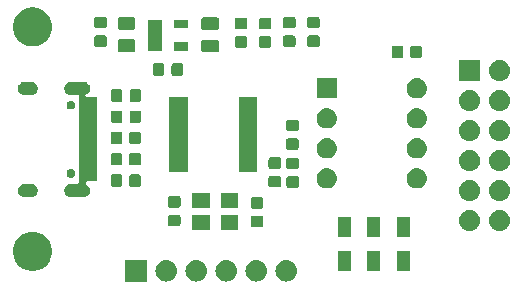
<source format=gts>
G04 #@! TF.GenerationSoftware,KiCad,Pcbnew,(5.1.2)-1*
G04 #@! TF.CreationDate,2023-10-09T01:29:42+09:00*
G04 #@! TF.ProjectId,usc,7573632e-6b69-4636-9164-5f7063625858,v1.4*
G04 #@! TF.SameCoordinates,Original*
G04 #@! TF.FileFunction,Soldermask,Top*
G04 #@! TF.FilePolarity,Negative*
%FSLAX46Y46*%
G04 Gerber Fmt 4.6, Leading zero omitted, Abs format (unit mm)*
G04 Created by KiCad (PCBNEW (5.1.2)-1) date 2023-10-09 01:29:42*
%MOMM*%
%LPD*%
G04 APERTURE LIST*
%ADD10C,0.100000*%
G04 APERTURE END LIST*
D10*
G36*
X162671000Y-124551000D02*
G01*
X160869000Y-124551000D01*
X160869000Y-122749000D01*
X162671000Y-122749000D01*
X162671000Y-124551000D01*
X162671000Y-124551000D01*
G37*
G36*
X172040442Y-122755518D02*
G01*
X172106627Y-122762037D01*
X172276466Y-122813557D01*
X172432991Y-122897222D01*
X172468729Y-122926552D01*
X172570186Y-123009814D01*
X172653448Y-123111271D01*
X172682778Y-123147009D01*
X172766443Y-123303534D01*
X172817963Y-123473373D01*
X172835359Y-123650000D01*
X172817963Y-123826627D01*
X172766443Y-123996466D01*
X172682778Y-124152991D01*
X172653448Y-124188729D01*
X172570186Y-124290186D01*
X172468729Y-124373448D01*
X172432991Y-124402778D01*
X172276466Y-124486443D01*
X172106627Y-124537963D01*
X172040443Y-124544481D01*
X171974260Y-124551000D01*
X171885740Y-124551000D01*
X171819557Y-124544481D01*
X171753373Y-124537963D01*
X171583534Y-124486443D01*
X171427009Y-124402778D01*
X171391271Y-124373448D01*
X171289814Y-124290186D01*
X171206552Y-124188729D01*
X171177222Y-124152991D01*
X171093557Y-123996466D01*
X171042037Y-123826627D01*
X171024641Y-123650000D01*
X171042037Y-123473373D01*
X171093557Y-123303534D01*
X171177222Y-123147009D01*
X171206552Y-123111271D01*
X171289814Y-123009814D01*
X171391271Y-122926552D01*
X171427009Y-122897222D01*
X171583534Y-122813557D01*
X171753373Y-122762037D01*
X171819558Y-122755518D01*
X171885740Y-122749000D01*
X171974260Y-122749000D01*
X172040442Y-122755518D01*
X172040442Y-122755518D01*
G37*
G36*
X174580442Y-122755518D02*
G01*
X174646627Y-122762037D01*
X174816466Y-122813557D01*
X174972991Y-122897222D01*
X175008729Y-122926552D01*
X175110186Y-123009814D01*
X175193448Y-123111271D01*
X175222778Y-123147009D01*
X175306443Y-123303534D01*
X175357963Y-123473373D01*
X175375359Y-123650000D01*
X175357963Y-123826627D01*
X175306443Y-123996466D01*
X175222778Y-124152991D01*
X175193448Y-124188729D01*
X175110186Y-124290186D01*
X175008729Y-124373448D01*
X174972991Y-124402778D01*
X174816466Y-124486443D01*
X174646627Y-124537963D01*
X174580443Y-124544481D01*
X174514260Y-124551000D01*
X174425740Y-124551000D01*
X174359557Y-124544481D01*
X174293373Y-124537963D01*
X174123534Y-124486443D01*
X173967009Y-124402778D01*
X173931271Y-124373448D01*
X173829814Y-124290186D01*
X173746552Y-124188729D01*
X173717222Y-124152991D01*
X173633557Y-123996466D01*
X173582037Y-123826627D01*
X173564641Y-123650000D01*
X173582037Y-123473373D01*
X173633557Y-123303534D01*
X173717222Y-123147009D01*
X173746552Y-123111271D01*
X173829814Y-123009814D01*
X173931271Y-122926552D01*
X173967009Y-122897222D01*
X174123534Y-122813557D01*
X174293373Y-122762037D01*
X174359558Y-122755518D01*
X174425740Y-122749000D01*
X174514260Y-122749000D01*
X174580442Y-122755518D01*
X174580442Y-122755518D01*
G37*
G36*
X169500442Y-122755518D02*
G01*
X169566627Y-122762037D01*
X169736466Y-122813557D01*
X169892991Y-122897222D01*
X169928729Y-122926552D01*
X170030186Y-123009814D01*
X170113448Y-123111271D01*
X170142778Y-123147009D01*
X170226443Y-123303534D01*
X170277963Y-123473373D01*
X170295359Y-123650000D01*
X170277963Y-123826627D01*
X170226443Y-123996466D01*
X170142778Y-124152991D01*
X170113448Y-124188729D01*
X170030186Y-124290186D01*
X169928729Y-124373448D01*
X169892991Y-124402778D01*
X169736466Y-124486443D01*
X169566627Y-124537963D01*
X169500443Y-124544481D01*
X169434260Y-124551000D01*
X169345740Y-124551000D01*
X169279557Y-124544481D01*
X169213373Y-124537963D01*
X169043534Y-124486443D01*
X168887009Y-124402778D01*
X168851271Y-124373448D01*
X168749814Y-124290186D01*
X168666552Y-124188729D01*
X168637222Y-124152991D01*
X168553557Y-123996466D01*
X168502037Y-123826627D01*
X168484641Y-123650000D01*
X168502037Y-123473373D01*
X168553557Y-123303534D01*
X168637222Y-123147009D01*
X168666552Y-123111271D01*
X168749814Y-123009814D01*
X168851271Y-122926552D01*
X168887009Y-122897222D01*
X169043534Y-122813557D01*
X169213373Y-122762037D01*
X169279558Y-122755518D01*
X169345740Y-122749000D01*
X169434260Y-122749000D01*
X169500442Y-122755518D01*
X169500442Y-122755518D01*
G37*
G36*
X164420442Y-122755518D02*
G01*
X164486627Y-122762037D01*
X164656466Y-122813557D01*
X164812991Y-122897222D01*
X164848729Y-122926552D01*
X164950186Y-123009814D01*
X165033448Y-123111271D01*
X165062778Y-123147009D01*
X165146443Y-123303534D01*
X165197963Y-123473373D01*
X165215359Y-123650000D01*
X165197963Y-123826627D01*
X165146443Y-123996466D01*
X165062778Y-124152991D01*
X165033448Y-124188729D01*
X164950186Y-124290186D01*
X164848729Y-124373448D01*
X164812991Y-124402778D01*
X164656466Y-124486443D01*
X164486627Y-124537963D01*
X164420443Y-124544481D01*
X164354260Y-124551000D01*
X164265740Y-124551000D01*
X164199557Y-124544481D01*
X164133373Y-124537963D01*
X163963534Y-124486443D01*
X163807009Y-124402778D01*
X163771271Y-124373448D01*
X163669814Y-124290186D01*
X163586552Y-124188729D01*
X163557222Y-124152991D01*
X163473557Y-123996466D01*
X163422037Y-123826627D01*
X163404641Y-123650000D01*
X163422037Y-123473373D01*
X163473557Y-123303534D01*
X163557222Y-123147009D01*
X163586552Y-123111271D01*
X163669814Y-123009814D01*
X163771271Y-122926552D01*
X163807009Y-122897222D01*
X163963534Y-122813557D01*
X164133373Y-122762037D01*
X164199558Y-122755518D01*
X164265740Y-122749000D01*
X164354260Y-122749000D01*
X164420442Y-122755518D01*
X164420442Y-122755518D01*
G37*
G36*
X166960442Y-122755518D02*
G01*
X167026627Y-122762037D01*
X167196466Y-122813557D01*
X167352991Y-122897222D01*
X167388729Y-122926552D01*
X167490186Y-123009814D01*
X167573448Y-123111271D01*
X167602778Y-123147009D01*
X167686443Y-123303534D01*
X167737963Y-123473373D01*
X167755359Y-123650000D01*
X167737963Y-123826627D01*
X167686443Y-123996466D01*
X167602778Y-124152991D01*
X167573448Y-124188729D01*
X167490186Y-124290186D01*
X167388729Y-124373448D01*
X167352991Y-124402778D01*
X167196466Y-124486443D01*
X167026627Y-124537963D01*
X166960443Y-124544481D01*
X166894260Y-124551000D01*
X166805740Y-124551000D01*
X166739557Y-124544481D01*
X166673373Y-124537963D01*
X166503534Y-124486443D01*
X166347009Y-124402778D01*
X166311271Y-124373448D01*
X166209814Y-124290186D01*
X166126552Y-124188729D01*
X166097222Y-124152991D01*
X166013557Y-123996466D01*
X165962037Y-123826627D01*
X165944641Y-123650000D01*
X165962037Y-123473373D01*
X166013557Y-123303534D01*
X166097222Y-123147009D01*
X166126552Y-123111271D01*
X166209814Y-123009814D01*
X166311271Y-122926552D01*
X166347009Y-122897222D01*
X166503534Y-122813557D01*
X166673373Y-122762037D01*
X166739558Y-122755518D01*
X166805740Y-122749000D01*
X166894260Y-122749000D01*
X166960442Y-122755518D01*
X166960442Y-122755518D01*
G37*
G36*
X184931000Y-123691000D02*
G01*
X183829000Y-123691000D01*
X183829000Y-121989000D01*
X184931000Y-121989000D01*
X184931000Y-123691000D01*
X184931000Y-123691000D01*
G37*
G36*
X182431000Y-123691000D02*
G01*
X181329000Y-123691000D01*
X181329000Y-121989000D01*
X182431000Y-121989000D01*
X182431000Y-123691000D01*
X182431000Y-123691000D01*
G37*
G36*
X179931000Y-123691000D02*
G01*
X178829000Y-123691000D01*
X178829000Y-121989000D01*
X179931000Y-121989000D01*
X179931000Y-123691000D01*
X179931000Y-123691000D01*
G37*
G36*
X153375256Y-120391298D02*
G01*
X153481579Y-120412447D01*
X153782042Y-120536903D01*
X154052451Y-120717585D01*
X154282415Y-120947549D01*
X154282416Y-120947551D01*
X154463098Y-121217960D01*
X154587553Y-121518422D01*
X154651000Y-121837389D01*
X154651000Y-122162611D01*
X154587553Y-122481578D01*
X154476784Y-122749000D01*
X154463097Y-122782042D01*
X154282415Y-123052451D01*
X154052451Y-123282415D01*
X153782042Y-123463097D01*
X153481579Y-123587553D01*
X153375256Y-123608702D01*
X153162611Y-123651000D01*
X152837389Y-123651000D01*
X152624744Y-123608702D01*
X152518421Y-123587553D01*
X152217958Y-123463097D01*
X151947549Y-123282415D01*
X151717585Y-123052451D01*
X151536903Y-122782042D01*
X151523217Y-122749000D01*
X151412447Y-122481578D01*
X151349000Y-122162611D01*
X151349000Y-121837389D01*
X151412447Y-121518422D01*
X151536902Y-121217960D01*
X151717584Y-120947551D01*
X151717585Y-120947549D01*
X151947549Y-120717585D01*
X152217958Y-120536903D01*
X152518421Y-120412447D01*
X152624744Y-120391298D01*
X152837389Y-120349000D01*
X153162611Y-120349000D01*
X153375256Y-120391298D01*
X153375256Y-120391298D01*
G37*
G36*
X179931000Y-120791000D02*
G01*
X178829000Y-120791000D01*
X178829000Y-119089000D01*
X179931000Y-119089000D01*
X179931000Y-120791000D01*
X179931000Y-120791000D01*
G37*
G36*
X182431000Y-120791000D02*
G01*
X181329000Y-120791000D01*
X181329000Y-119089000D01*
X182431000Y-119089000D01*
X182431000Y-120791000D01*
X182431000Y-120791000D01*
G37*
G36*
X184931000Y-120791000D02*
G01*
X183829000Y-120791000D01*
X183829000Y-119089000D01*
X184931000Y-119089000D01*
X184931000Y-120791000D01*
X184931000Y-120791000D01*
G37*
G36*
X190110442Y-118485518D02*
G01*
X190176627Y-118492037D01*
X190346466Y-118543557D01*
X190502991Y-118627222D01*
X190538729Y-118656552D01*
X190640186Y-118739814D01*
X190723448Y-118841271D01*
X190752778Y-118877009D01*
X190752779Y-118877011D01*
X190828212Y-119018134D01*
X190836443Y-119033534D01*
X190887963Y-119203373D01*
X190905359Y-119380000D01*
X190887963Y-119556627D01*
X190836443Y-119726466D01*
X190752778Y-119882991D01*
X190745006Y-119892461D01*
X190640186Y-120020186D01*
X190538729Y-120103448D01*
X190502991Y-120132778D01*
X190346466Y-120216443D01*
X190176627Y-120267963D01*
X190110442Y-120274482D01*
X190044260Y-120281000D01*
X189955740Y-120281000D01*
X189889558Y-120274482D01*
X189823373Y-120267963D01*
X189653534Y-120216443D01*
X189497009Y-120132778D01*
X189461271Y-120103448D01*
X189359814Y-120020186D01*
X189254994Y-119892461D01*
X189247222Y-119882991D01*
X189163557Y-119726466D01*
X189112037Y-119556627D01*
X189094641Y-119380000D01*
X189112037Y-119203373D01*
X189163557Y-119033534D01*
X189171789Y-119018134D01*
X189247221Y-118877011D01*
X189247222Y-118877009D01*
X189276552Y-118841271D01*
X189359814Y-118739814D01*
X189461271Y-118656552D01*
X189497009Y-118627222D01*
X189653534Y-118543557D01*
X189823373Y-118492037D01*
X189889558Y-118485518D01*
X189955740Y-118479000D01*
X190044260Y-118479000D01*
X190110442Y-118485518D01*
X190110442Y-118485518D01*
G37*
G36*
X192650442Y-118485518D02*
G01*
X192716627Y-118492037D01*
X192886466Y-118543557D01*
X193042991Y-118627222D01*
X193078729Y-118656552D01*
X193180186Y-118739814D01*
X193263448Y-118841271D01*
X193292778Y-118877009D01*
X193292779Y-118877011D01*
X193368212Y-119018134D01*
X193376443Y-119033534D01*
X193427963Y-119203373D01*
X193445359Y-119380000D01*
X193427963Y-119556627D01*
X193376443Y-119726466D01*
X193292778Y-119882991D01*
X193285006Y-119892461D01*
X193180186Y-120020186D01*
X193078729Y-120103448D01*
X193042991Y-120132778D01*
X192886466Y-120216443D01*
X192716627Y-120267963D01*
X192650442Y-120274482D01*
X192584260Y-120281000D01*
X192495740Y-120281000D01*
X192429558Y-120274482D01*
X192363373Y-120267963D01*
X192193534Y-120216443D01*
X192037009Y-120132778D01*
X192001271Y-120103448D01*
X191899814Y-120020186D01*
X191794994Y-119892461D01*
X191787222Y-119882991D01*
X191703557Y-119726466D01*
X191652037Y-119556627D01*
X191634641Y-119380000D01*
X191652037Y-119203373D01*
X191703557Y-119033534D01*
X191711789Y-119018134D01*
X191787221Y-118877011D01*
X191787222Y-118877009D01*
X191816552Y-118841271D01*
X191899814Y-118739814D01*
X192001271Y-118656552D01*
X192037009Y-118627222D01*
X192193534Y-118543557D01*
X192363373Y-118492037D01*
X192429558Y-118485518D01*
X192495740Y-118479000D01*
X192584260Y-118479000D01*
X192650442Y-118485518D01*
X192650442Y-118485518D01*
G37*
G36*
X170421000Y-120221000D02*
G01*
X168919000Y-120221000D01*
X168919000Y-118919000D01*
X170421000Y-118919000D01*
X170421000Y-120221000D01*
X170421000Y-120221000D01*
G37*
G36*
X168021000Y-120221000D02*
G01*
X166519000Y-120221000D01*
X166519000Y-118919000D01*
X168021000Y-118919000D01*
X168021000Y-120221000D01*
X168021000Y-120221000D01*
G37*
G36*
X172379591Y-118991085D02*
G01*
X172413569Y-119001393D01*
X172444890Y-119018134D01*
X172472339Y-119040661D01*
X172494866Y-119068110D01*
X172511607Y-119099431D01*
X172521915Y-119133409D01*
X172526000Y-119174890D01*
X172526000Y-119776110D01*
X172521915Y-119817591D01*
X172511607Y-119851569D01*
X172494866Y-119882890D01*
X172472339Y-119910339D01*
X172444890Y-119932866D01*
X172413569Y-119949607D01*
X172379591Y-119959915D01*
X172338110Y-119964000D01*
X171661890Y-119964000D01*
X171620409Y-119959915D01*
X171586431Y-119949607D01*
X171555110Y-119932866D01*
X171527661Y-119910339D01*
X171505134Y-119882890D01*
X171488393Y-119851569D01*
X171478085Y-119817591D01*
X171474000Y-119776110D01*
X171474000Y-119174890D01*
X171478085Y-119133409D01*
X171488393Y-119099431D01*
X171505134Y-119068110D01*
X171527661Y-119040661D01*
X171555110Y-119018134D01*
X171586431Y-119001393D01*
X171620409Y-118991085D01*
X171661890Y-118987000D01*
X172338110Y-118987000D01*
X172379591Y-118991085D01*
X172379591Y-118991085D01*
G37*
G36*
X165379591Y-118891085D02*
G01*
X165413569Y-118901393D01*
X165444890Y-118918134D01*
X165472339Y-118940661D01*
X165494866Y-118968110D01*
X165511607Y-118999431D01*
X165521915Y-119033409D01*
X165526000Y-119074890D01*
X165526000Y-119676110D01*
X165521915Y-119717591D01*
X165511607Y-119751569D01*
X165494866Y-119782890D01*
X165472339Y-119810339D01*
X165444890Y-119832866D01*
X165413569Y-119849607D01*
X165379591Y-119859915D01*
X165338110Y-119864000D01*
X164661890Y-119864000D01*
X164620409Y-119859915D01*
X164586431Y-119849607D01*
X164555110Y-119832866D01*
X164527661Y-119810339D01*
X164505134Y-119782890D01*
X164488393Y-119751569D01*
X164478085Y-119717591D01*
X164474000Y-119676110D01*
X164474000Y-119074890D01*
X164478085Y-119033409D01*
X164488393Y-118999431D01*
X164505134Y-118968110D01*
X164527661Y-118940661D01*
X164555110Y-118918134D01*
X164586431Y-118901393D01*
X164620409Y-118891085D01*
X164661890Y-118887000D01*
X165338110Y-118887000D01*
X165379591Y-118891085D01*
X165379591Y-118891085D01*
G37*
G36*
X172379591Y-117416085D02*
G01*
X172413569Y-117426393D01*
X172444890Y-117443134D01*
X172472339Y-117465661D01*
X172494866Y-117493110D01*
X172511607Y-117524431D01*
X172521915Y-117558409D01*
X172526000Y-117599890D01*
X172526000Y-118201110D01*
X172521915Y-118242591D01*
X172511607Y-118276569D01*
X172494866Y-118307890D01*
X172472339Y-118335339D01*
X172444890Y-118357866D01*
X172413569Y-118374607D01*
X172379591Y-118384915D01*
X172338110Y-118389000D01*
X171661890Y-118389000D01*
X171620409Y-118384915D01*
X171586431Y-118374607D01*
X171555110Y-118357866D01*
X171527661Y-118335339D01*
X171505134Y-118307890D01*
X171488393Y-118276569D01*
X171478085Y-118242591D01*
X171474000Y-118201110D01*
X171474000Y-117599890D01*
X171478085Y-117558409D01*
X171488393Y-117524431D01*
X171505134Y-117493110D01*
X171527661Y-117465661D01*
X171555110Y-117443134D01*
X171586431Y-117426393D01*
X171620409Y-117416085D01*
X171661890Y-117412000D01*
X172338110Y-117412000D01*
X172379591Y-117416085D01*
X172379591Y-117416085D01*
G37*
G36*
X168021000Y-118321000D02*
G01*
X166519000Y-118321000D01*
X166519000Y-117019000D01*
X168021000Y-117019000D01*
X168021000Y-118321000D01*
X168021000Y-118321000D01*
G37*
G36*
X170421000Y-118321000D02*
G01*
X168919000Y-118321000D01*
X168919000Y-117019000D01*
X170421000Y-117019000D01*
X170421000Y-118321000D01*
X170421000Y-118321000D01*
G37*
G36*
X165379591Y-117316085D02*
G01*
X165413569Y-117326393D01*
X165444890Y-117343134D01*
X165472339Y-117365661D01*
X165494866Y-117393110D01*
X165511607Y-117424431D01*
X165521915Y-117458409D01*
X165526000Y-117499890D01*
X165526000Y-118101110D01*
X165521915Y-118142591D01*
X165511607Y-118176569D01*
X165494866Y-118207890D01*
X165472339Y-118235339D01*
X165444890Y-118257866D01*
X165413569Y-118274607D01*
X165379591Y-118284915D01*
X165338110Y-118289000D01*
X164661890Y-118289000D01*
X164620409Y-118284915D01*
X164586431Y-118274607D01*
X164555110Y-118257866D01*
X164527661Y-118235339D01*
X164505134Y-118207890D01*
X164488393Y-118176569D01*
X164478085Y-118142591D01*
X164474000Y-118101110D01*
X164474000Y-117499890D01*
X164478085Y-117458409D01*
X164488393Y-117424431D01*
X164505134Y-117393110D01*
X164527661Y-117365661D01*
X164555110Y-117343134D01*
X164586431Y-117326393D01*
X164620409Y-117316085D01*
X164661890Y-117312000D01*
X165338110Y-117312000D01*
X165379591Y-117316085D01*
X165379591Y-117316085D01*
G37*
G36*
X190110442Y-115945518D02*
G01*
X190176627Y-115952037D01*
X190346466Y-116003557D01*
X190502991Y-116087222D01*
X190533927Y-116112611D01*
X190640186Y-116199814D01*
X190718364Y-116295076D01*
X190752778Y-116337009D01*
X190836443Y-116493534D01*
X190887963Y-116663373D01*
X190905359Y-116840000D01*
X190887963Y-117016627D01*
X190836443Y-117186466D01*
X190752778Y-117342991D01*
X190734173Y-117365661D01*
X190640186Y-117480186D01*
X190539543Y-117562780D01*
X190502991Y-117592778D01*
X190346466Y-117676443D01*
X190176627Y-117727963D01*
X190110442Y-117734482D01*
X190044260Y-117741000D01*
X189955740Y-117741000D01*
X189889558Y-117734482D01*
X189823373Y-117727963D01*
X189653534Y-117676443D01*
X189497009Y-117592778D01*
X189460457Y-117562780D01*
X189359814Y-117480186D01*
X189265827Y-117365661D01*
X189247222Y-117342991D01*
X189163557Y-117186466D01*
X189112037Y-117016627D01*
X189094641Y-116840000D01*
X189112037Y-116663373D01*
X189163557Y-116493534D01*
X189247222Y-116337009D01*
X189281636Y-116295076D01*
X189359814Y-116199814D01*
X189466073Y-116112611D01*
X189497009Y-116087222D01*
X189653534Y-116003557D01*
X189823373Y-115952037D01*
X189889558Y-115945518D01*
X189955740Y-115939000D01*
X190044260Y-115939000D01*
X190110442Y-115945518D01*
X190110442Y-115945518D01*
G37*
G36*
X192650442Y-115945518D02*
G01*
X192716627Y-115952037D01*
X192886466Y-116003557D01*
X193042991Y-116087222D01*
X193073927Y-116112611D01*
X193180186Y-116199814D01*
X193258364Y-116295076D01*
X193292778Y-116337009D01*
X193376443Y-116493534D01*
X193427963Y-116663373D01*
X193445359Y-116840000D01*
X193427963Y-117016627D01*
X193376443Y-117186466D01*
X193292778Y-117342991D01*
X193274173Y-117365661D01*
X193180186Y-117480186D01*
X193079543Y-117562780D01*
X193042991Y-117592778D01*
X192886466Y-117676443D01*
X192716627Y-117727963D01*
X192650442Y-117734482D01*
X192584260Y-117741000D01*
X192495740Y-117741000D01*
X192429558Y-117734482D01*
X192363373Y-117727963D01*
X192193534Y-117676443D01*
X192037009Y-117592778D01*
X192000457Y-117562780D01*
X191899814Y-117480186D01*
X191805827Y-117365661D01*
X191787222Y-117342991D01*
X191703557Y-117186466D01*
X191652037Y-117016627D01*
X191634641Y-116840000D01*
X191652037Y-116663373D01*
X191703557Y-116493534D01*
X191787222Y-116337009D01*
X191821636Y-116295076D01*
X191899814Y-116199814D01*
X192006073Y-116112611D01*
X192037009Y-116087222D01*
X192193534Y-116003557D01*
X192363373Y-115952037D01*
X192429558Y-115945518D01*
X192495740Y-115939000D01*
X192584260Y-115939000D01*
X192650442Y-115945518D01*
X192650442Y-115945518D01*
G37*
G36*
X157438015Y-107636973D02*
G01*
X157541879Y-107668479D01*
X157569055Y-107683005D01*
X157637600Y-107719643D01*
X157721501Y-107788499D01*
X157790357Y-107872400D01*
X157826995Y-107940945D01*
X157841521Y-107968121D01*
X157873027Y-108071985D01*
X157883666Y-108180000D01*
X157873027Y-108288015D01*
X157841521Y-108391879D01*
X157841519Y-108391882D01*
X157790357Y-108487600D01*
X157721501Y-108571501D01*
X157637603Y-108640354D01*
X157637601Y-108640355D01*
X157637600Y-108640356D01*
X157547025Y-108688770D01*
X157526665Y-108702375D01*
X157509338Y-108719702D01*
X157495724Y-108740076D01*
X157486347Y-108762715D01*
X157481566Y-108786748D01*
X157481566Y-108811252D01*
X157486346Y-108835286D01*
X157495723Y-108857925D01*
X157509337Y-108878299D01*
X157526664Y-108895626D01*
X157547038Y-108909240D01*
X157569677Y-108918617D01*
X157593710Y-108923398D01*
X157605963Y-108924000D01*
X158471000Y-108924000D01*
X158471000Y-116076000D01*
X157605963Y-116076000D01*
X157581577Y-116078402D01*
X157558128Y-116085515D01*
X157536517Y-116097066D01*
X157517575Y-116112611D01*
X157502030Y-116131553D01*
X157490479Y-116153164D01*
X157483366Y-116176613D01*
X157480964Y-116200999D01*
X157483366Y-116225385D01*
X157490479Y-116248834D01*
X157502030Y-116270445D01*
X157517575Y-116289387D01*
X157536517Y-116304932D01*
X157547010Y-116311222D01*
X157637600Y-116359644D01*
X157637601Y-116359645D01*
X157637603Y-116359646D01*
X157721501Y-116428499D01*
X157790357Y-116512400D01*
X157814124Y-116556866D01*
X157841521Y-116608121D01*
X157873027Y-116711985D01*
X157883666Y-116820000D01*
X157873027Y-116928015D01*
X157841521Y-117031879D01*
X157841519Y-117031882D01*
X157790357Y-117127600D01*
X157721501Y-117211501D01*
X157637600Y-117280357D01*
X157570757Y-117316085D01*
X157541879Y-117331521D01*
X157438015Y-117363027D01*
X157357067Y-117371000D01*
X156202933Y-117371000D01*
X156121985Y-117363027D01*
X156018121Y-117331521D01*
X155989243Y-117316085D01*
X155922400Y-117280357D01*
X155838499Y-117211501D01*
X155769643Y-117127600D01*
X155718481Y-117031882D01*
X155718479Y-117031879D01*
X155686973Y-116928015D01*
X155676334Y-116820000D01*
X155686973Y-116711985D01*
X155718479Y-116608121D01*
X155745876Y-116556866D01*
X155769643Y-116512400D01*
X155838499Y-116428499D01*
X155922400Y-116359643D01*
X156012958Y-116311239D01*
X156018121Y-116308479D01*
X156121985Y-116276973D01*
X156202933Y-116269000D01*
X156794001Y-116269000D01*
X156818387Y-116266598D01*
X156841836Y-116259485D01*
X156863447Y-116247934D01*
X156882389Y-116232389D01*
X156897934Y-116213447D01*
X156909485Y-116191836D01*
X156916598Y-116168387D01*
X156919000Y-116144001D01*
X156919000Y-108855999D01*
X156916598Y-108831613D01*
X156909485Y-108808164D01*
X156897934Y-108786553D01*
X156882389Y-108767611D01*
X156863447Y-108752066D01*
X156841836Y-108740515D01*
X156818387Y-108733402D01*
X156794001Y-108731000D01*
X156202933Y-108731000D01*
X156121985Y-108723027D01*
X156018121Y-108691521D01*
X155987355Y-108675076D01*
X155922400Y-108640357D01*
X155838499Y-108571501D01*
X155769643Y-108487600D01*
X155718481Y-108391882D01*
X155718479Y-108391879D01*
X155686973Y-108288015D01*
X155676334Y-108180000D01*
X155686973Y-108071985D01*
X155718479Y-107968121D01*
X155733005Y-107940945D01*
X155769643Y-107872400D01*
X155838499Y-107788499D01*
X155922400Y-107719643D01*
X155990945Y-107683005D01*
X156018121Y-107668479D01*
X156121985Y-107636973D01*
X156202933Y-107629000D01*
X157357067Y-107629000D01*
X157438015Y-107636973D01*
X157438015Y-107636973D01*
G37*
G36*
X153008015Y-116276973D02*
G01*
X153111879Y-116308479D01*
X153117042Y-116311239D01*
X153207600Y-116359643D01*
X153291501Y-116428499D01*
X153360357Y-116512400D01*
X153384124Y-116556866D01*
X153411521Y-116608121D01*
X153443027Y-116711985D01*
X153453666Y-116820000D01*
X153443027Y-116928015D01*
X153411521Y-117031879D01*
X153411519Y-117031882D01*
X153360357Y-117127600D01*
X153291501Y-117211501D01*
X153207600Y-117280357D01*
X153140757Y-117316085D01*
X153111879Y-117331521D01*
X153008015Y-117363027D01*
X152927067Y-117371000D01*
X152272933Y-117371000D01*
X152191985Y-117363027D01*
X152088121Y-117331521D01*
X152059243Y-117316085D01*
X151992400Y-117280357D01*
X151908499Y-117211501D01*
X151839643Y-117127600D01*
X151788481Y-117031882D01*
X151788479Y-117031879D01*
X151756973Y-116928015D01*
X151746334Y-116820000D01*
X151756973Y-116711985D01*
X151788479Y-116608121D01*
X151815876Y-116556866D01*
X151839643Y-116512400D01*
X151908499Y-116428499D01*
X151992400Y-116359643D01*
X152082958Y-116311239D01*
X152088121Y-116308479D01*
X152191985Y-116276973D01*
X152272933Y-116269000D01*
X152927067Y-116269000D01*
X153008015Y-116276973D01*
X153008015Y-116276973D01*
G37*
G36*
X178066823Y-114981313D02*
G01*
X178189764Y-115018607D01*
X178223745Y-115028915D01*
X178227242Y-115029976D01*
X178354397Y-115097942D01*
X178375078Y-115108996D01*
X178504659Y-115215341D01*
X178611004Y-115344922D01*
X178611005Y-115344924D01*
X178690024Y-115492758D01*
X178738687Y-115653177D01*
X178755117Y-115820000D01*
X178738687Y-115986823D01*
X178690024Y-116147242D01*
X178644512Y-116232389D01*
X178611004Y-116295078D01*
X178504659Y-116424659D01*
X178375078Y-116531004D01*
X178375076Y-116531005D01*
X178227242Y-116610024D01*
X178066823Y-116658687D01*
X177941804Y-116671000D01*
X177858196Y-116671000D01*
X177733177Y-116658687D01*
X177572758Y-116610024D01*
X177424924Y-116531005D01*
X177424922Y-116531004D01*
X177295341Y-116424659D01*
X177188996Y-116295078D01*
X177155488Y-116232389D01*
X177109976Y-116147242D01*
X177061313Y-115986823D01*
X177044883Y-115820000D01*
X177061313Y-115653177D01*
X177109976Y-115492758D01*
X177188995Y-115344924D01*
X177188996Y-115344922D01*
X177295341Y-115215341D01*
X177424922Y-115108996D01*
X177445603Y-115097942D01*
X177572758Y-115029976D01*
X177576256Y-115028915D01*
X177610236Y-115018607D01*
X177733177Y-114981313D01*
X177858196Y-114969000D01*
X177941804Y-114969000D01*
X178066823Y-114981313D01*
X178066823Y-114981313D01*
G37*
G36*
X185686823Y-114981313D02*
G01*
X185809764Y-115018607D01*
X185843745Y-115028915D01*
X185847242Y-115029976D01*
X185974397Y-115097942D01*
X185995078Y-115108996D01*
X186124659Y-115215341D01*
X186231004Y-115344922D01*
X186231005Y-115344924D01*
X186310024Y-115492758D01*
X186358687Y-115653177D01*
X186375117Y-115820000D01*
X186358687Y-115986823D01*
X186310024Y-116147242D01*
X186264512Y-116232389D01*
X186231004Y-116295078D01*
X186124659Y-116424659D01*
X185995078Y-116531004D01*
X185995076Y-116531005D01*
X185847242Y-116610024D01*
X185686823Y-116658687D01*
X185561804Y-116671000D01*
X185478196Y-116671000D01*
X185353177Y-116658687D01*
X185192758Y-116610024D01*
X185044924Y-116531005D01*
X185044922Y-116531004D01*
X184915341Y-116424659D01*
X184808996Y-116295078D01*
X184775488Y-116232389D01*
X184729976Y-116147242D01*
X184681313Y-115986823D01*
X184664883Y-115820000D01*
X184681313Y-115653177D01*
X184729976Y-115492758D01*
X184808995Y-115344924D01*
X184808996Y-115344922D01*
X184915341Y-115215341D01*
X185044922Y-115108996D01*
X185065603Y-115097942D01*
X185192758Y-115029976D01*
X185196256Y-115028915D01*
X185230236Y-115018607D01*
X185353177Y-114981313D01*
X185478196Y-114969000D01*
X185561804Y-114969000D01*
X185686823Y-114981313D01*
X185686823Y-114981313D01*
G37*
G36*
X175399591Y-115635085D02*
G01*
X175433569Y-115645393D01*
X175464890Y-115662134D01*
X175492339Y-115684661D01*
X175514866Y-115712110D01*
X175531607Y-115743431D01*
X175541915Y-115777409D01*
X175546000Y-115818890D01*
X175546000Y-116420110D01*
X175541915Y-116461591D01*
X175531607Y-116495569D01*
X175514866Y-116526890D01*
X175492339Y-116554339D01*
X175464890Y-116576866D01*
X175433569Y-116593607D01*
X175399591Y-116603915D01*
X175358110Y-116608000D01*
X174681890Y-116608000D01*
X174640409Y-116603915D01*
X174606431Y-116593607D01*
X174575110Y-116576866D01*
X174547661Y-116554339D01*
X174525134Y-116526890D01*
X174508393Y-116495569D01*
X174498085Y-116461591D01*
X174494000Y-116420110D01*
X174494000Y-115818890D01*
X174498085Y-115777409D01*
X174508393Y-115743431D01*
X174525134Y-115712110D01*
X174547661Y-115684661D01*
X174575110Y-115662134D01*
X174606431Y-115645393D01*
X174640409Y-115635085D01*
X174681890Y-115631000D01*
X175358110Y-115631000D01*
X175399591Y-115635085D01*
X175399591Y-115635085D01*
G37*
G36*
X173879591Y-115615085D02*
G01*
X173913569Y-115625393D01*
X173944890Y-115642134D01*
X173972339Y-115664661D01*
X173994866Y-115692110D01*
X174011607Y-115723431D01*
X174021915Y-115757409D01*
X174026000Y-115798890D01*
X174026000Y-116400110D01*
X174021915Y-116441591D01*
X174011607Y-116475569D01*
X173994866Y-116506890D01*
X173972339Y-116534339D01*
X173944890Y-116556866D01*
X173913569Y-116573607D01*
X173879591Y-116583915D01*
X173838110Y-116588000D01*
X173161890Y-116588000D01*
X173120409Y-116583915D01*
X173086431Y-116573607D01*
X173055110Y-116556866D01*
X173027661Y-116534339D01*
X173005134Y-116506890D01*
X172988393Y-116475569D01*
X172978085Y-116441591D01*
X172974000Y-116400110D01*
X172974000Y-115798890D01*
X172978085Y-115757409D01*
X172988393Y-115723431D01*
X173005134Y-115692110D01*
X173027661Y-115664661D01*
X173055110Y-115642134D01*
X173086431Y-115625393D01*
X173120409Y-115615085D01*
X173161890Y-115611000D01*
X173838110Y-115611000D01*
X173879591Y-115615085D01*
X173879591Y-115615085D01*
G37*
G36*
X162017591Y-115478085D02*
G01*
X162051569Y-115488393D01*
X162082890Y-115505134D01*
X162110339Y-115527661D01*
X162132866Y-115555110D01*
X162149607Y-115586431D01*
X162159915Y-115620409D01*
X162164000Y-115661890D01*
X162164000Y-116338110D01*
X162159915Y-116379591D01*
X162149607Y-116413569D01*
X162132866Y-116444890D01*
X162110339Y-116472339D01*
X162082890Y-116494866D01*
X162051569Y-116511607D01*
X162017591Y-116521915D01*
X161976110Y-116526000D01*
X161374890Y-116526000D01*
X161333409Y-116521915D01*
X161299431Y-116511607D01*
X161268110Y-116494866D01*
X161240661Y-116472339D01*
X161218134Y-116444890D01*
X161201393Y-116413569D01*
X161191085Y-116379591D01*
X161187000Y-116338110D01*
X161187000Y-115661890D01*
X161191085Y-115620409D01*
X161201393Y-115586431D01*
X161218134Y-115555110D01*
X161240661Y-115527661D01*
X161268110Y-115505134D01*
X161299431Y-115488393D01*
X161333409Y-115478085D01*
X161374890Y-115474000D01*
X161976110Y-115474000D01*
X162017591Y-115478085D01*
X162017591Y-115478085D01*
G37*
G36*
X160442591Y-115478085D02*
G01*
X160476569Y-115488393D01*
X160507890Y-115505134D01*
X160535339Y-115527661D01*
X160557866Y-115555110D01*
X160574607Y-115586431D01*
X160584915Y-115620409D01*
X160589000Y-115661890D01*
X160589000Y-116338110D01*
X160584915Y-116379591D01*
X160574607Y-116413569D01*
X160557866Y-116444890D01*
X160535339Y-116472339D01*
X160507890Y-116494866D01*
X160476569Y-116511607D01*
X160442591Y-116521915D01*
X160401110Y-116526000D01*
X159799890Y-116526000D01*
X159758409Y-116521915D01*
X159724431Y-116511607D01*
X159693110Y-116494866D01*
X159665661Y-116472339D01*
X159643134Y-116444890D01*
X159626393Y-116413569D01*
X159616085Y-116379591D01*
X159612000Y-116338110D01*
X159612000Y-115661890D01*
X159616085Y-115620409D01*
X159626393Y-115586431D01*
X159643134Y-115555110D01*
X159665661Y-115527661D01*
X159693110Y-115505134D01*
X159724431Y-115488393D01*
X159758409Y-115478085D01*
X159799890Y-115474000D01*
X160401110Y-115474000D01*
X160442591Y-115478085D01*
X160442591Y-115478085D01*
G37*
G36*
X156359672Y-115028449D02*
G01*
X156359674Y-115028450D01*
X156359675Y-115028450D01*
X156428103Y-115056793D01*
X156489686Y-115097942D01*
X156542058Y-115150314D01*
X156583207Y-115211897D01*
X156611550Y-115280325D01*
X156611551Y-115280328D01*
X156626000Y-115352966D01*
X156626000Y-115427034D01*
X156612926Y-115492761D01*
X156611550Y-115499675D01*
X156583207Y-115568103D01*
X156542058Y-115629686D01*
X156489686Y-115682058D01*
X156428103Y-115723207D01*
X156359675Y-115751550D01*
X156359674Y-115751550D01*
X156359672Y-115751551D01*
X156287034Y-115766000D01*
X156212966Y-115766000D01*
X156140328Y-115751551D01*
X156140326Y-115751550D01*
X156140325Y-115751550D01*
X156071897Y-115723207D01*
X156010314Y-115682058D01*
X155957942Y-115629686D01*
X155916793Y-115568103D01*
X155888450Y-115499675D01*
X155887075Y-115492761D01*
X155874000Y-115427034D01*
X155874000Y-115352966D01*
X155888449Y-115280328D01*
X155888450Y-115280325D01*
X155916793Y-115211897D01*
X155957942Y-115150314D01*
X156010314Y-115097942D01*
X156071897Y-115056793D01*
X156140325Y-115028450D01*
X156140326Y-115028450D01*
X156140328Y-115028449D01*
X156212966Y-115014000D01*
X156287034Y-115014000D01*
X156359672Y-115028449D01*
X156359672Y-115028449D01*
G37*
G36*
X172026000Y-115301000D02*
G01*
X170474000Y-115301000D01*
X170474000Y-108899000D01*
X172026000Y-108899000D01*
X172026000Y-115301000D01*
X172026000Y-115301000D01*
G37*
G36*
X166126000Y-115301000D02*
G01*
X164574000Y-115301000D01*
X164574000Y-108899000D01*
X166126000Y-108899000D01*
X166126000Y-115301000D01*
X166126000Y-115301000D01*
G37*
G36*
X192650443Y-113405519D02*
G01*
X192716627Y-113412037D01*
X192886466Y-113463557D01*
X193042991Y-113547222D01*
X193045157Y-113549000D01*
X193180186Y-113659814D01*
X193258364Y-113755076D01*
X193292778Y-113797009D01*
X193376443Y-113953534D01*
X193427963Y-114123373D01*
X193445359Y-114300000D01*
X193427963Y-114476627D01*
X193386422Y-114613569D01*
X193376442Y-114646468D01*
X193355934Y-114684836D01*
X193292778Y-114802991D01*
X193274625Y-114825110D01*
X193180186Y-114940186D01*
X193090242Y-115014000D01*
X193042991Y-115052778D01*
X192886466Y-115136443D01*
X192716627Y-115187963D01*
X192650442Y-115194482D01*
X192584260Y-115201000D01*
X192495740Y-115201000D01*
X192429558Y-115194482D01*
X192363373Y-115187963D01*
X192193534Y-115136443D01*
X192037009Y-115052778D01*
X191989758Y-115014000D01*
X191899814Y-114940186D01*
X191805375Y-114825110D01*
X191787222Y-114802991D01*
X191724066Y-114684836D01*
X191703558Y-114646468D01*
X191693578Y-114613569D01*
X191652037Y-114476627D01*
X191634641Y-114300000D01*
X191652037Y-114123373D01*
X191703557Y-113953534D01*
X191787222Y-113797009D01*
X191821636Y-113755076D01*
X191899814Y-113659814D01*
X192034843Y-113549000D01*
X192037009Y-113547222D01*
X192193534Y-113463557D01*
X192363373Y-113412037D01*
X192429557Y-113405519D01*
X192495740Y-113399000D01*
X192584260Y-113399000D01*
X192650443Y-113405519D01*
X192650443Y-113405519D01*
G37*
G36*
X190110443Y-113405519D02*
G01*
X190176627Y-113412037D01*
X190346466Y-113463557D01*
X190502991Y-113547222D01*
X190505157Y-113549000D01*
X190640186Y-113659814D01*
X190718364Y-113755076D01*
X190752778Y-113797009D01*
X190836443Y-113953534D01*
X190887963Y-114123373D01*
X190905359Y-114300000D01*
X190887963Y-114476627D01*
X190846422Y-114613569D01*
X190836442Y-114646468D01*
X190815934Y-114684836D01*
X190752778Y-114802991D01*
X190734625Y-114825110D01*
X190640186Y-114940186D01*
X190550242Y-115014000D01*
X190502991Y-115052778D01*
X190346466Y-115136443D01*
X190176627Y-115187963D01*
X190110442Y-115194482D01*
X190044260Y-115201000D01*
X189955740Y-115201000D01*
X189889558Y-115194482D01*
X189823373Y-115187963D01*
X189653534Y-115136443D01*
X189497009Y-115052778D01*
X189449758Y-115014000D01*
X189359814Y-114940186D01*
X189265375Y-114825110D01*
X189247222Y-114802991D01*
X189184066Y-114684836D01*
X189163558Y-114646468D01*
X189153578Y-114613569D01*
X189112037Y-114476627D01*
X189094641Y-114300000D01*
X189112037Y-114123373D01*
X189163557Y-113953534D01*
X189247222Y-113797009D01*
X189281636Y-113755076D01*
X189359814Y-113659814D01*
X189494843Y-113549000D01*
X189497009Y-113547222D01*
X189653534Y-113463557D01*
X189823373Y-113412037D01*
X189889557Y-113405519D01*
X189955740Y-113399000D01*
X190044260Y-113399000D01*
X190110443Y-113405519D01*
X190110443Y-113405519D01*
G37*
G36*
X175399591Y-114060085D02*
G01*
X175433569Y-114070393D01*
X175464890Y-114087134D01*
X175492339Y-114109661D01*
X175514866Y-114137110D01*
X175531607Y-114168431D01*
X175541915Y-114202409D01*
X175546000Y-114243890D01*
X175546000Y-114845110D01*
X175541915Y-114886591D01*
X175531607Y-114920569D01*
X175514866Y-114951890D01*
X175492339Y-114979339D01*
X175464890Y-115001866D01*
X175433569Y-115018607D01*
X175399591Y-115028915D01*
X175358110Y-115033000D01*
X174681890Y-115033000D01*
X174640409Y-115028915D01*
X174606431Y-115018607D01*
X174575110Y-115001866D01*
X174547661Y-114979339D01*
X174525134Y-114951890D01*
X174508393Y-114920569D01*
X174498085Y-114886591D01*
X174494000Y-114845110D01*
X174494000Y-114243890D01*
X174498085Y-114202409D01*
X174508393Y-114168431D01*
X174525134Y-114137110D01*
X174547661Y-114109661D01*
X174575110Y-114087134D01*
X174606431Y-114070393D01*
X174640409Y-114060085D01*
X174681890Y-114056000D01*
X175358110Y-114056000D01*
X175399591Y-114060085D01*
X175399591Y-114060085D01*
G37*
G36*
X173879591Y-114040085D02*
G01*
X173913569Y-114050393D01*
X173944890Y-114067134D01*
X173972339Y-114089661D01*
X173994866Y-114117110D01*
X174011607Y-114148431D01*
X174021915Y-114182409D01*
X174026000Y-114223890D01*
X174026000Y-114825110D01*
X174021915Y-114866591D01*
X174011607Y-114900569D01*
X173994866Y-114931890D01*
X173972339Y-114959339D01*
X173944890Y-114981866D01*
X173913569Y-114998607D01*
X173879591Y-115008915D01*
X173838110Y-115013000D01*
X173161890Y-115013000D01*
X173120409Y-115008915D01*
X173086431Y-114998607D01*
X173055110Y-114981866D01*
X173027661Y-114959339D01*
X173005134Y-114931890D01*
X172988393Y-114900569D01*
X172978085Y-114866591D01*
X172974000Y-114825110D01*
X172974000Y-114223890D01*
X172978085Y-114182409D01*
X172988393Y-114148431D01*
X173005134Y-114117110D01*
X173027661Y-114089661D01*
X173055110Y-114067134D01*
X173086431Y-114050393D01*
X173120409Y-114040085D01*
X173161890Y-114036000D01*
X173838110Y-114036000D01*
X173879591Y-114040085D01*
X173879591Y-114040085D01*
G37*
G36*
X162017591Y-113678085D02*
G01*
X162051569Y-113688393D01*
X162082890Y-113705134D01*
X162110339Y-113727661D01*
X162132866Y-113755110D01*
X162149607Y-113786431D01*
X162159915Y-113820409D01*
X162164000Y-113861890D01*
X162164000Y-114538110D01*
X162159915Y-114579591D01*
X162149607Y-114613569D01*
X162132866Y-114644890D01*
X162110339Y-114672339D01*
X162082890Y-114694866D01*
X162051569Y-114711607D01*
X162017591Y-114721915D01*
X161976110Y-114726000D01*
X161374890Y-114726000D01*
X161333409Y-114721915D01*
X161299431Y-114711607D01*
X161268110Y-114694866D01*
X161240661Y-114672339D01*
X161218134Y-114644890D01*
X161201393Y-114613569D01*
X161191085Y-114579591D01*
X161187000Y-114538110D01*
X161187000Y-113861890D01*
X161191085Y-113820409D01*
X161201393Y-113786431D01*
X161218134Y-113755110D01*
X161240661Y-113727661D01*
X161268110Y-113705134D01*
X161299431Y-113688393D01*
X161333409Y-113678085D01*
X161374890Y-113674000D01*
X161976110Y-113674000D01*
X162017591Y-113678085D01*
X162017591Y-113678085D01*
G37*
G36*
X160442591Y-113678085D02*
G01*
X160476569Y-113688393D01*
X160507890Y-113705134D01*
X160535339Y-113727661D01*
X160557866Y-113755110D01*
X160574607Y-113786431D01*
X160584915Y-113820409D01*
X160589000Y-113861890D01*
X160589000Y-114538110D01*
X160584915Y-114579591D01*
X160574607Y-114613569D01*
X160557866Y-114644890D01*
X160535339Y-114672339D01*
X160507890Y-114694866D01*
X160476569Y-114711607D01*
X160442591Y-114721915D01*
X160401110Y-114726000D01*
X159799890Y-114726000D01*
X159758409Y-114721915D01*
X159724431Y-114711607D01*
X159693110Y-114694866D01*
X159665661Y-114672339D01*
X159643134Y-114644890D01*
X159626393Y-114613569D01*
X159616085Y-114579591D01*
X159612000Y-114538110D01*
X159612000Y-113861890D01*
X159616085Y-113820409D01*
X159626393Y-113786431D01*
X159643134Y-113755110D01*
X159665661Y-113727661D01*
X159693110Y-113705134D01*
X159724431Y-113688393D01*
X159758409Y-113678085D01*
X159799890Y-113674000D01*
X160401110Y-113674000D01*
X160442591Y-113678085D01*
X160442591Y-113678085D01*
G37*
G36*
X178066823Y-112441313D02*
G01*
X178227242Y-112489976D01*
X178337668Y-112549000D01*
X178375078Y-112568996D01*
X178504659Y-112675341D01*
X178611004Y-112804922D01*
X178611005Y-112804924D01*
X178690024Y-112952758D01*
X178738687Y-113113177D01*
X178755117Y-113280000D01*
X178738687Y-113446823D01*
X178690024Y-113607242D01*
X178632338Y-113715164D01*
X178611004Y-113755078D01*
X178504659Y-113884659D01*
X178375078Y-113991004D01*
X178375076Y-113991005D01*
X178227242Y-114070024D01*
X178227239Y-114070025D01*
X178203705Y-114077164D01*
X178066823Y-114118687D01*
X177941804Y-114131000D01*
X177858196Y-114131000D01*
X177733177Y-114118687D01*
X177596295Y-114077164D01*
X177572761Y-114070025D01*
X177572758Y-114070024D01*
X177424924Y-113991005D01*
X177424922Y-113991004D01*
X177295341Y-113884659D01*
X177188996Y-113755078D01*
X177167662Y-113715164D01*
X177109976Y-113607242D01*
X177061313Y-113446823D01*
X177044883Y-113280000D01*
X177061313Y-113113177D01*
X177109976Y-112952758D01*
X177188995Y-112804924D01*
X177188996Y-112804922D01*
X177295341Y-112675341D01*
X177424922Y-112568996D01*
X177462332Y-112549000D01*
X177572758Y-112489976D01*
X177733177Y-112441313D01*
X177858196Y-112429000D01*
X177941804Y-112429000D01*
X178066823Y-112441313D01*
X178066823Y-112441313D01*
G37*
G36*
X185686823Y-112441313D02*
G01*
X185847242Y-112489976D01*
X185957668Y-112549000D01*
X185995078Y-112568996D01*
X186124659Y-112675341D01*
X186231004Y-112804922D01*
X186231005Y-112804924D01*
X186310024Y-112952758D01*
X186358687Y-113113177D01*
X186375117Y-113280000D01*
X186358687Y-113446823D01*
X186310024Y-113607242D01*
X186252338Y-113715164D01*
X186231004Y-113755078D01*
X186124659Y-113884659D01*
X185995078Y-113991004D01*
X185995076Y-113991005D01*
X185847242Y-114070024D01*
X185847239Y-114070025D01*
X185823705Y-114077164D01*
X185686823Y-114118687D01*
X185561804Y-114131000D01*
X185478196Y-114131000D01*
X185353177Y-114118687D01*
X185216295Y-114077164D01*
X185192761Y-114070025D01*
X185192758Y-114070024D01*
X185044924Y-113991005D01*
X185044922Y-113991004D01*
X184915341Y-113884659D01*
X184808996Y-113755078D01*
X184787662Y-113715164D01*
X184729976Y-113607242D01*
X184681313Y-113446823D01*
X184664883Y-113280000D01*
X184681313Y-113113177D01*
X184729976Y-112952758D01*
X184808995Y-112804924D01*
X184808996Y-112804922D01*
X184915341Y-112675341D01*
X185044922Y-112568996D01*
X185082332Y-112549000D01*
X185192758Y-112489976D01*
X185353177Y-112441313D01*
X185478196Y-112429000D01*
X185561804Y-112429000D01*
X185686823Y-112441313D01*
X185686823Y-112441313D01*
G37*
G36*
X175379591Y-112415085D02*
G01*
X175413569Y-112425393D01*
X175444890Y-112442134D01*
X175472339Y-112464661D01*
X175494866Y-112492110D01*
X175511607Y-112523431D01*
X175521915Y-112557409D01*
X175526000Y-112598890D01*
X175526000Y-113200110D01*
X175521915Y-113241591D01*
X175511607Y-113275569D01*
X175494866Y-113306890D01*
X175472339Y-113334339D01*
X175444890Y-113356866D01*
X175413569Y-113373607D01*
X175379591Y-113383915D01*
X175338110Y-113388000D01*
X174661890Y-113388000D01*
X174620409Y-113383915D01*
X174586431Y-113373607D01*
X174555110Y-113356866D01*
X174527661Y-113334339D01*
X174505134Y-113306890D01*
X174488393Y-113275569D01*
X174478085Y-113241591D01*
X174474000Y-113200110D01*
X174474000Y-112598890D01*
X174478085Y-112557409D01*
X174488393Y-112523431D01*
X174505134Y-112492110D01*
X174527661Y-112464661D01*
X174555110Y-112442134D01*
X174586431Y-112425393D01*
X174620409Y-112415085D01*
X174661890Y-112411000D01*
X175338110Y-112411000D01*
X175379591Y-112415085D01*
X175379591Y-112415085D01*
G37*
G36*
X162017591Y-111878085D02*
G01*
X162051569Y-111888393D01*
X162082890Y-111905134D01*
X162110339Y-111927661D01*
X162132866Y-111955110D01*
X162149607Y-111986431D01*
X162159915Y-112020409D01*
X162164000Y-112061890D01*
X162164000Y-112738110D01*
X162159915Y-112779591D01*
X162149607Y-112813569D01*
X162132866Y-112844890D01*
X162110339Y-112872339D01*
X162082890Y-112894866D01*
X162051569Y-112911607D01*
X162017591Y-112921915D01*
X161976110Y-112926000D01*
X161374890Y-112926000D01*
X161333409Y-112921915D01*
X161299431Y-112911607D01*
X161268110Y-112894866D01*
X161240661Y-112872339D01*
X161218134Y-112844890D01*
X161201393Y-112813569D01*
X161191085Y-112779591D01*
X161187000Y-112738110D01*
X161187000Y-112061890D01*
X161191085Y-112020409D01*
X161201393Y-111986431D01*
X161218134Y-111955110D01*
X161240661Y-111927661D01*
X161268110Y-111905134D01*
X161299431Y-111888393D01*
X161333409Y-111878085D01*
X161374890Y-111874000D01*
X161976110Y-111874000D01*
X162017591Y-111878085D01*
X162017591Y-111878085D01*
G37*
G36*
X160442591Y-111878085D02*
G01*
X160476569Y-111888393D01*
X160507890Y-111905134D01*
X160535339Y-111927661D01*
X160557866Y-111955110D01*
X160574607Y-111986431D01*
X160584915Y-112020409D01*
X160589000Y-112061890D01*
X160589000Y-112738110D01*
X160584915Y-112779591D01*
X160574607Y-112813569D01*
X160557866Y-112844890D01*
X160535339Y-112872339D01*
X160507890Y-112894866D01*
X160476569Y-112911607D01*
X160442591Y-112921915D01*
X160401110Y-112926000D01*
X159799890Y-112926000D01*
X159758409Y-112921915D01*
X159724431Y-112911607D01*
X159693110Y-112894866D01*
X159665661Y-112872339D01*
X159643134Y-112844890D01*
X159626393Y-112813569D01*
X159616085Y-112779591D01*
X159612000Y-112738110D01*
X159612000Y-112061890D01*
X159616085Y-112020409D01*
X159626393Y-111986431D01*
X159643134Y-111955110D01*
X159665661Y-111927661D01*
X159693110Y-111905134D01*
X159724431Y-111888393D01*
X159758409Y-111878085D01*
X159799890Y-111874000D01*
X160401110Y-111874000D01*
X160442591Y-111878085D01*
X160442591Y-111878085D01*
G37*
G36*
X192650442Y-110865518D02*
G01*
X192716627Y-110872037D01*
X192886466Y-110923557D01*
X193042991Y-111007222D01*
X193055451Y-111017448D01*
X193180186Y-111119814D01*
X193258364Y-111215076D01*
X193292778Y-111257009D01*
X193376443Y-111413534D01*
X193427963Y-111583373D01*
X193445359Y-111760000D01*
X193427963Y-111936627D01*
X193376443Y-112106466D01*
X193292778Y-112262991D01*
X193263448Y-112298729D01*
X193180186Y-112400186D01*
X193079837Y-112482539D01*
X193042991Y-112512778D01*
X192886466Y-112596443D01*
X192716627Y-112647963D01*
X192650442Y-112654482D01*
X192584260Y-112661000D01*
X192495740Y-112661000D01*
X192429558Y-112654482D01*
X192363373Y-112647963D01*
X192193534Y-112596443D01*
X192037009Y-112512778D01*
X192000163Y-112482539D01*
X191899814Y-112400186D01*
X191816552Y-112298729D01*
X191787222Y-112262991D01*
X191703557Y-112106466D01*
X191652037Y-111936627D01*
X191634641Y-111760000D01*
X191652037Y-111583373D01*
X191703557Y-111413534D01*
X191787222Y-111257009D01*
X191821636Y-111215076D01*
X191899814Y-111119814D01*
X192024549Y-111017448D01*
X192037009Y-111007222D01*
X192193534Y-110923557D01*
X192363373Y-110872037D01*
X192429558Y-110865518D01*
X192495740Y-110859000D01*
X192584260Y-110859000D01*
X192650442Y-110865518D01*
X192650442Y-110865518D01*
G37*
G36*
X190110442Y-110865518D02*
G01*
X190176627Y-110872037D01*
X190346466Y-110923557D01*
X190502991Y-111007222D01*
X190515451Y-111017448D01*
X190640186Y-111119814D01*
X190718364Y-111215076D01*
X190752778Y-111257009D01*
X190836443Y-111413534D01*
X190887963Y-111583373D01*
X190905359Y-111760000D01*
X190887963Y-111936627D01*
X190836443Y-112106466D01*
X190752778Y-112262991D01*
X190723448Y-112298729D01*
X190640186Y-112400186D01*
X190539837Y-112482539D01*
X190502991Y-112512778D01*
X190346466Y-112596443D01*
X190176627Y-112647963D01*
X190110442Y-112654482D01*
X190044260Y-112661000D01*
X189955740Y-112661000D01*
X189889558Y-112654482D01*
X189823373Y-112647963D01*
X189653534Y-112596443D01*
X189497009Y-112512778D01*
X189460163Y-112482539D01*
X189359814Y-112400186D01*
X189276552Y-112298729D01*
X189247222Y-112262991D01*
X189163557Y-112106466D01*
X189112037Y-111936627D01*
X189094641Y-111760000D01*
X189112037Y-111583373D01*
X189163557Y-111413534D01*
X189247222Y-111257009D01*
X189281636Y-111215076D01*
X189359814Y-111119814D01*
X189484549Y-111017448D01*
X189497009Y-111007222D01*
X189653534Y-110923557D01*
X189823373Y-110872037D01*
X189889558Y-110865518D01*
X189955740Y-110859000D01*
X190044260Y-110859000D01*
X190110442Y-110865518D01*
X190110442Y-110865518D01*
G37*
G36*
X175379591Y-110840085D02*
G01*
X175413569Y-110850393D01*
X175444890Y-110867134D01*
X175472339Y-110889661D01*
X175494866Y-110917110D01*
X175511607Y-110948431D01*
X175521915Y-110982409D01*
X175526000Y-111023890D01*
X175526000Y-111625110D01*
X175521915Y-111666591D01*
X175511607Y-111700569D01*
X175494866Y-111731890D01*
X175472339Y-111759339D01*
X175444890Y-111781866D01*
X175413569Y-111798607D01*
X175379591Y-111808915D01*
X175338110Y-111813000D01*
X174661890Y-111813000D01*
X174620409Y-111808915D01*
X174586431Y-111798607D01*
X174555110Y-111781866D01*
X174527661Y-111759339D01*
X174505134Y-111731890D01*
X174488393Y-111700569D01*
X174478085Y-111666591D01*
X174474000Y-111625110D01*
X174474000Y-111023890D01*
X174478085Y-110982409D01*
X174488393Y-110948431D01*
X174505134Y-110917110D01*
X174527661Y-110889661D01*
X174555110Y-110867134D01*
X174586431Y-110850393D01*
X174620409Y-110840085D01*
X174661890Y-110836000D01*
X175338110Y-110836000D01*
X175379591Y-110840085D01*
X175379591Y-110840085D01*
G37*
G36*
X178066823Y-109901313D02*
G01*
X178197380Y-109940917D01*
X178204925Y-109943206D01*
X178227242Y-109949976D01*
X178269901Y-109972778D01*
X178375078Y-110028996D01*
X178504659Y-110135341D01*
X178611004Y-110264922D01*
X178611005Y-110264924D01*
X178690024Y-110412758D01*
X178738687Y-110573177D01*
X178755117Y-110740000D01*
X178738687Y-110906823D01*
X178690024Y-111067242D01*
X178658617Y-111126000D01*
X178611004Y-111215078D01*
X178504659Y-111344659D01*
X178375078Y-111451004D01*
X178375076Y-111451005D01*
X178227242Y-111530024D01*
X178066823Y-111578687D01*
X177941804Y-111591000D01*
X177858196Y-111591000D01*
X177733177Y-111578687D01*
X177572758Y-111530024D01*
X177424924Y-111451005D01*
X177424922Y-111451004D01*
X177295341Y-111344659D01*
X177188996Y-111215078D01*
X177141383Y-111126000D01*
X177109976Y-111067242D01*
X177061313Y-110906823D01*
X177044883Y-110740000D01*
X177061313Y-110573177D01*
X177109976Y-110412758D01*
X177188995Y-110264924D01*
X177188996Y-110264922D01*
X177295341Y-110135341D01*
X177424922Y-110028996D01*
X177530099Y-109972778D01*
X177572758Y-109949976D01*
X177595076Y-109943206D01*
X177602620Y-109940917D01*
X177733177Y-109901313D01*
X177858196Y-109889000D01*
X177941804Y-109889000D01*
X178066823Y-109901313D01*
X178066823Y-109901313D01*
G37*
G36*
X185686823Y-109901313D02*
G01*
X185817380Y-109940917D01*
X185824925Y-109943206D01*
X185847242Y-109949976D01*
X185889901Y-109972778D01*
X185995078Y-110028996D01*
X186124659Y-110135341D01*
X186231004Y-110264922D01*
X186231005Y-110264924D01*
X186310024Y-110412758D01*
X186358687Y-110573177D01*
X186375117Y-110740000D01*
X186358687Y-110906823D01*
X186310024Y-111067242D01*
X186278617Y-111126000D01*
X186231004Y-111215078D01*
X186124659Y-111344659D01*
X185995078Y-111451004D01*
X185995076Y-111451005D01*
X185847242Y-111530024D01*
X185686823Y-111578687D01*
X185561804Y-111591000D01*
X185478196Y-111591000D01*
X185353177Y-111578687D01*
X185192758Y-111530024D01*
X185044924Y-111451005D01*
X185044922Y-111451004D01*
X184915341Y-111344659D01*
X184808996Y-111215078D01*
X184761383Y-111126000D01*
X184729976Y-111067242D01*
X184681313Y-110906823D01*
X184664883Y-110740000D01*
X184681313Y-110573177D01*
X184729976Y-110412758D01*
X184808995Y-110264924D01*
X184808996Y-110264922D01*
X184915341Y-110135341D01*
X185044922Y-110028996D01*
X185150099Y-109972778D01*
X185192758Y-109949976D01*
X185215076Y-109943206D01*
X185222620Y-109940917D01*
X185353177Y-109901313D01*
X185478196Y-109889000D01*
X185561804Y-109889000D01*
X185686823Y-109901313D01*
X185686823Y-109901313D01*
G37*
G36*
X160466591Y-110078085D02*
G01*
X160500569Y-110088393D01*
X160531890Y-110105134D01*
X160559339Y-110127661D01*
X160581866Y-110155110D01*
X160598607Y-110186431D01*
X160608915Y-110220409D01*
X160613000Y-110261890D01*
X160613000Y-110938110D01*
X160608915Y-110979591D01*
X160598607Y-111013569D01*
X160581866Y-111044890D01*
X160559339Y-111072339D01*
X160531890Y-111094866D01*
X160500569Y-111111607D01*
X160466591Y-111121915D01*
X160425110Y-111126000D01*
X159823890Y-111126000D01*
X159782409Y-111121915D01*
X159748431Y-111111607D01*
X159717110Y-111094866D01*
X159689661Y-111072339D01*
X159667134Y-111044890D01*
X159650393Y-111013569D01*
X159640085Y-110979591D01*
X159636000Y-110938110D01*
X159636000Y-110261890D01*
X159640085Y-110220409D01*
X159650393Y-110186431D01*
X159667134Y-110155110D01*
X159689661Y-110127661D01*
X159717110Y-110105134D01*
X159748431Y-110088393D01*
X159782409Y-110078085D01*
X159823890Y-110074000D01*
X160425110Y-110074000D01*
X160466591Y-110078085D01*
X160466591Y-110078085D01*
G37*
G36*
X162041591Y-110078085D02*
G01*
X162075569Y-110088393D01*
X162106890Y-110105134D01*
X162134339Y-110127661D01*
X162156866Y-110155110D01*
X162173607Y-110186431D01*
X162183915Y-110220409D01*
X162188000Y-110261890D01*
X162188000Y-110938110D01*
X162183915Y-110979591D01*
X162173607Y-111013569D01*
X162156866Y-111044890D01*
X162134339Y-111072339D01*
X162106890Y-111094866D01*
X162075569Y-111111607D01*
X162041591Y-111121915D01*
X162000110Y-111126000D01*
X161398890Y-111126000D01*
X161357409Y-111121915D01*
X161323431Y-111111607D01*
X161292110Y-111094866D01*
X161264661Y-111072339D01*
X161242134Y-111044890D01*
X161225393Y-111013569D01*
X161215085Y-110979591D01*
X161211000Y-110938110D01*
X161211000Y-110261890D01*
X161215085Y-110220409D01*
X161225393Y-110186431D01*
X161242134Y-110155110D01*
X161264661Y-110127661D01*
X161292110Y-110105134D01*
X161323431Y-110088393D01*
X161357409Y-110078085D01*
X161398890Y-110074000D01*
X162000110Y-110074000D01*
X162041591Y-110078085D01*
X162041591Y-110078085D01*
G37*
G36*
X192650443Y-108325519D02*
G01*
X192716627Y-108332037D01*
X192886466Y-108383557D01*
X193042991Y-108467222D01*
X193067821Y-108487600D01*
X193180186Y-108579814D01*
X193258364Y-108675076D01*
X193292778Y-108717009D01*
X193376443Y-108873534D01*
X193427963Y-109043373D01*
X193445359Y-109220000D01*
X193427963Y-109396627D01*
X193376443Y-109566466D01*
X193292778Y-109722991D01*
X193263448Y-109758729D01*
X193180186Y-109860186D01*
X193079024Y-109943206D01*
X193042991Y-109972778D01*
X192886466Y-110056443D01*
X192716627Y-110107963D01*
X192650443Y-110114481D01*
X192584260Y-110121000D01*
X192495740Y-110121000D01*
X192429557Y-110114481D01*
X192363373Y-110107963D01*
X192193534Y-110056443D01*
X192037009Y-109972778D01*
X192000976Y-109943206D01*
X191899814Y-109860186D01*
X191816552Y-109758729D01*
X191787222Y-109722991D01*
X191703557Y-109566466D01*
X191652037Y-109396627D01*
X191634641Y-109220000D01*
X191652037Y-109043373D01*
X191703557Y-108873534D01*
X191787222Y-108717009D01*
X191821636Y-108675076D01*
X191899814Y-108579814D01*
X192012179Y-108487600D01*
X192037009Y-108467222D01*
X192193534Y-108383557D01*
X192363373Y-108332037D01*
X192429557Y-108325519D01*
X192495740Y-108319000D01*
X192584260Y-108319000D01*
X192650443Y-108325519D01*
X192650443Y-108325519D01*
G37*
G36*
X190110443Y-108325519D02*
G01*
X190176627Y-108332037D01*
X190346466Y-108383557D01*
X190502991Y-108467222D01*
X190527821Y-108487600D01*
X190640186Y-108579814D01*
X190718364Y-108675076D01*
X190752778Y-108717009D01*
X190836443Y-108873534D01*
X190887963Y-109043373D01*
X190905359Y-109220000D01*
X190887963Y-109396627D01*
X190836443Y-109566466D01*
X190752778Y-109722991D01*
X190723448Y-109758729D01*
X190640186Y-109860186D01*
X190539024Y-109943206D01*
X190502991Y-109972778D01*
X190346466Y-110056443D01*
X190176627Y-110107963D01*
X190110443Y-110114481D01*
X190044260Y-110121000D01*
X189955740Y-110121000D01*
X189889557Y-110114481D01*
X189823373Y-110107963D01*
X189653534Y-110056443D01*
X189497009Y-109972778D01*
X189460976Y-109943206D01*
X189359814Y-109860186D01*
X189276552Y-109758729D01*
X189247222Y-109722991D01*
X189163557Y-109566466D01*
X189112037Y-109396627D01*
X189094641Y-109220000D01*
X189112037Y-109043373D01*
X189163557Y-108873534D01*
X189247222Y-108717009D01*
X189281636Y-108675076D01*
X189359814Y-108579814D01*
X189472179Y-108487600D01*
X189497009Y-108467222D01*
X189653534Y-108383557D01*
X189823373Y-108332037D01*
X189889557Y-108325519D01*
X189955740Y-108319000D01*
X190044260Y-108319000D01*
X190110443Y-108325519D01*
X190110443Y-108325519D01*
G37*
G36*
X156359672Y-109248449D02*
G01*
X156359674Y-109248450D01*
X156359675Y-109248450D01*
X156428103Y-109276793D01*
X156489686Y-109317942D01*
X156542058Y-109370314D01*
X156583207Y-109431897D01*
X156591119Y-109451000D01*
X156611551Y-109500328D01*
X156624707Y-109566466D01*
X156626000Y-109572967D01*
X156626000Y-109647033D01*
X156611550Y-109719675D01*
X156583207Y-109788103D01*
X156542058Y-109849686D01*
X156489686Y-109902058D01*
X156428103Y-109943207D01*
X156359675Y-109971550D01*
X156359674Y-109971550D01*
X156359672Y-109971551D01*
X156287034Y-109986000D01*
X156212966Y-109986000D01*
X156140328Y-109971551D01*
X156140326Y-109971550D01*
X156140325Y-109971550D01*
X156071897Y-109943207D01*
X156010314Y-109902058D01*
X155957942Y-109849686D01*
X155916793Y-109788103D01*
X155888450Y-109719675D01*
X155874000Y-109647033D01*
X155874000Y-109572967D01*
X155875293Y-109566466D01*
X155888449Y-109500328D01*
X155908881Y-109451000D01*
X155916793Y-109431897D01*
X155957942Y-109370314D01*
X156010314Y-109317942D01*
X156071897Y-109276793D01*
X156140325Y-109248450D01*
X156140326Y-109248450D01*
X156140328Y-109248449D01*
X156212966Y-109234000D01*
X156287034Y-109234000D01*
X156359672Y-109248449D01*
X156359672Y-109248449D01*
G37*
G36*
X160466591Y-108278085D02*
G01*
X160500569Y-108288393D01*
X160531890Y-108305134D01*
X160559339Y-108327661D01*
X160581866Y-108355110D01*
X160598607Y-108386431D01*
X160608915Y-108420409D01*
X160613000Y-108461890D01*
X160613000Y-109138110D01*
X160608915Y-109179591D01*
X160598607Y-109213569D01*
X160581866Y-109244890D01*
X160559339Y-109272339D01*
X160531890Y-109294866D01*
X160500569Y-109311607D01*
X160466591Y-109321915D01*
X160425110Y-109326000D01*
X159823890Y-109326000D01*
X159782409Y-109321915D01*
X159748431Y-109311607D01*
X159717110Y-109294866D01*
X159689661Y-109272339D01*
X159667134Y-109244890D01*
X159650393Y-109213569D01*
X159640085Y-109179591D01*
X159636000Y-109138110D01*
X159636000Y-108461890D01*
X159640085Y-108420409D01*
X159650393Y-108386431D01*
X159667134Y-108355110D01*
X159689661Y-108327661D01*
X159717110Y-108305134D01*
X159748431Y-108288393D01*
X159782409Y-108278085D01*
X159823890Y-108274000D01*
X160425110Y-108274000D01*
X160466591Y-108278085D01*
X160466591Y-108278085D01*
G37*
G36*
X162041591Y-108278085D02*
G01*
X162075569Y-108288393D01*
X162106890Y-108305134D01*
X162134339Y-108327661D01*
X162156866Y-108355110D01*
X162173607Y-108386431D01*
X162183915Y-108420409D01*
X162188000Y-108461890D01*
X162188000Y-109138110D01*
X162183915Y-109179591D01*
X162173607Y-109213569D01*
X162156866Y-109244890D01*
X162134339Y-109272339D01*
X162106890Y-109294866D01*
X162075569Y-109311607D01*
X162041591Y-109321915D01*
X162000110Y-109326000D01*
X161398890Y-109326000D01*
X161357409Y-109321915D01*
X161323431Y-109311607D01*
X161292110Y-109294866D01*
X161264661Y-109272339D01*
X161242134Y-109244890D01*
X161225393Y-109213569D01*
X161215085Y-109179591D01*
X161211000Y-109138110D01*
X161211000Y-108461890D01*
X161215085Y-108420409D01*
X161225393Y-108386431D01*
X161242134Y-108355110D01*
X161264661Y-108327661D01*
X161292110Y-108305134D01*
X161323431Y-108288393D01*
X161357409Y-108278085D01*
X161398890Y-108274000D01*
X162000110Y-108274000D01*
X162041591Y-108278085D01*
X162041591Y-108278085D01*
G37*
G36*
X185686823Y-107361313D02*
G01*
X185847242Y-107409976D01*
X185889901Y-107432778D01*
X185995078Y-107488996D01*
X186124659Y-107595341D01*
X186231004Y-107724922D01*
X186231005Y-107724924D01*
X186310024Y-107872758D01*
X186358687Y-108033177D01*
X186375117Y-108200000D01*
X186358687Y-108366823D01*
X186310024Y-108527242D01*
X186281923Y-108579815D01*
X186231004Y-108675078D01*
X186124659Y-108804659D01*
X185995078Y-108911004D01*
X185995076Y-108911005D01*
X185847242Y-108990024D01*
X185686823Y-109038687D01*
X185561804Y-109051000D01*
X185478196Y-109051000D01*
X185353177Y-109038687D01*
X185192758Y-108990024D01*
X185044924Y-108911005D01*
X185044922Y-108911004D01*
X184915341Y-108804659D01*
X184808996Y-108675078D01*
X184758077Y-108579815D01*
X184729976Y-108527242D01*
X184681313Y-108366823D01*
X184664883Y-108200000D01*
X184681313Y-108033177D01*
X184729976Y-107872758D01*
X184808995Y-107724924D01*
X184808996Y-107724922D01*
X184915341Y-107595341D01*
X185044922Y-107488996D01*
X185150099Y-107432778D01*
X185192758Y-107409976D01*
X185353177Y-107361313D01*
X185478196Y-107349000D01*
X185561804Y-107349000D01*
X185686823Y-107361313D01*
X185686823Y-107361313D01*
G37*
G36*
X178751000Y-109051000D02*
G01*
X177049000Y-109051000D01*
X177049000Y-107349000D01*
X178751000Y-107349000D01*
X178751000Y-109051000D01*
X178751000Y-109051000D01*
G37*
G36*
X153008015Y-107636973D02*
G01*
X153111879Y-107668479D01*
X153139055Y-107683005D01*
X153207600Y-107719643D01*
X153291501Y-107788499D01*
X153360357Y-107872400D01*
X153396995Y-107940945D01*
X153411521Y-107968121D01*
X153443027Y-108071985D01*
X153453666Y-108180000D01*
X153443027Y-108288015D01*
X153411521Y-108391879D01*
X153411519Y-108391882D01*
X153360357Y-108487600D01*
X153291501Y-108571501D01*
X153207600Y-108640357D01*
X153142645Y-108675076D01*
X153111879Y-108691521D01*
X153008015Y-108723027D01*
X152927067Y-108731000D01*
X152272933Y-108731000D01*
X152191985Y-108723027D01*
X152088121Y-108691521D01*
X152057355Y-108675076D01*
X151992400Y-108640357D01*
X151908499Y-108571501D01*
X151839643Y-108487600D01*
X151788481Y-108391882D01*
X151788479Y-108391879D01*
X151756973Y-108288015D01*
X151746334Y-108180000D01*
X151756973Y-108071985D01*
X151788479Y-107968121D01*
X151803005Y-107940945D01*
X151839643Y-107872400D01*
X151908499Y-107788499D01*
X151992400Y-107719643D01*
X152060945Y-107683005D01*
X152088121Y-107668479D01*
X152191985Y-107636973D01*
X152272933Y-107629000D01*
X152927067Y-107629000D01*
X153008015Y-107636973D01*
X153008015Y-107636973D01*
G37*
G36*
X192650443Y-105785519D02*
G01*
X192716627Y-105792037D01*
X192886466Y-105843557D01*
X193042991Y-105927222D01*
X193078729Y-105956552D01*
X193180186Y-106039814D01*
X193242023Y-106115164D01*
X193292778Y-106177009D01*
X193292779Y-106177011D01*
X193368274Y-106318250D01*
X193376443Y-106333534D01*
X193427963Y-106503373D01*
X193445359Y-106680000D01*
X193427963Y-106856627D01*
X193376443Y-107026466D01*
X193292778Y-107182991D01*
X193263448Y-107218729D01*
X193180186Y-107320186D01*
X193078729Y-107403448D01*
X193042991Y-107432778D01*
X192886466Y-107516443D01*
X192716627Y-107567963D01*
X192650443Y-107574481D01*
X192584260Y-107581000D01*
X192495740Y-107581000D01*
X192429557Y-107574481D01*
X192363373Y-107567963D01*
X192193534Y-107516443D01*
X192037009Y-107432778D01*
X192001271Y-107403448D01*
X191899814Y-107320186D01*
X191816552Y-107218729D01*
X191787222Y-107182991D01*
X191703557Y-107026466D01*
X191652037Y-106856627D01*
X191634641Y-106680000D01*
X191652037Y-106503373D01*
X191703557Y-106333534D01*
X191711727Y-106318250D01*
X191787221Y-106177011D01*
X191787222Y-106177009D01*
X191837977Y-106115164D01*
X191899814Y-106039814D01*
X192001271Y-105956552D01*
X192037009Y-105927222D01*
X192193534Y-105843557D01*
X192363373Y-105792037D01*
X192429557Y-105785519D01*
X192495740Y-105779000D01*
X192584260Y-105779000D01*
X192650443Y-105785519D01*
X192650443Y-105785519D01*
G37*
G36*
X190901000Y-107581000D02*
G01*
X189099000Y-107581000D01*
X189099000Y-105779000D01*
X190901000Y-105779000D01*
X190901000Y-107581000D01*
X190901000Y-107581000D01*
G37*
G36*
X164016591Y-106078085D02*
G01*
X164050569Y-106088393D01*
X164081890Y-106105134D01*
X164109339Y-106127661D01*
X164131866Y-106155110D01*
X164148607Y-106186431D01*
X164158915Y-106220409D01*
X164163000Y-106261890D01*
X164163000Y-106938110D01*
X164158915Y-106979591D01*
X164148607Y-107013569D01*
X164131866Y-107044890D01*
X164109339Y-107072339D01*
X164081890Y-107094866D01*
X164050569Y-107111607D01*
X164016591Y-107121915D01*
X163975110Y-107126000D01*
X163373890Y-107126000D01*
X163332409Y-107121915D01*
X163298431Y-107111607D01*
X163267110Y-107094866D01*
X163239661Y-107072339D01*
X163217134Y-107044890D01*
X163200393Y-107013569D01*
X163190085Y-106979591D01*
X163186000Y-106938110D01*
X163186000Y-106261890D01*
X163190085Y-106220409D01*
X163200393Y-106186431D01*
X163217134Y-106155110D01*
X163239661Y-106127661D01*
X163267110Y-106105134D01*
X163298431Y-106088393D01*
X163332409Y-106078085D01*
X163373890Y-106074000D01*
X163975110Y-106074000D01*
X164016591Y-106078085D01*
X164016591Y-106078085D01*
G37*
G36*
X165591591Y-106078085D02*
G01*
X165625569Y-106088393D01*
X165656890Y-106105134D01*
X165684339Y-106127661D01*
X165706866Y-106155110D01*
X165723607Y-106186431D01*
X165733915Y-106220409D01*
X165738000Y-106261890D01*
X165738000Y-106938110D01*
X165733915Y-106979591D01*
X165723607Y-107013569D01*
X165706866Y-107044890D01*
X165684339Y-107072339D01*
X165656890Y-107094866D01*
X165625569Y-107111607D01*
X165591591Y-107121915D01*
X165550110Y-107126000D01*
X164948890Y-107126000D01*
X164907409Y-107121915D01*
X164873431Y-107111607D01*
X164842110Y-107094866D01*
X164814661Y-107072339D01*
X164792134Y-107044890D01*
X164775393Y-107013569D01*
X164765085Y-106979591D01*
X164761000Y-106938110D01*
X164761000Y-106261890D01*
X164765085Y-106220409D01*
X164775393Y-106186431D01*
X164792134Y-106155110D01*
X164814661Y-106127661D01*
X164842110Y-106105134D01*
X164873431Y-106088393D01*
X164907409Y-106078085D01*
X164948890Y-106074000D01*
X165550110Y-106074000D01*
X165591591Y-106078085D01*
X165591591Y-106078085D01*
G37*
G36*
X184242591Y-104578085D02*
G01*
X184276569Y-104588393D01*
X184307890Y-104605134D01*
X184335339Y-104627661D01*
X184357866Y-104655110D01*
X184374607Y-104686431D01*
X184384915Y-104720409D01*
X184389000Y-104761890D01*
X184389000Y-105438110D01*
X184384915Y-105479591D01*
X184374607Y-105513569D01*
X184357866Y-105544890D01*
X184335339Y-105572339D01*
X184307890Y-105594866D01*
X184276569Y-105611607D01*
X184242591Y-105621915D01*
X184201110Y-105626000D01*
X183599890Y-105626000D01*
X183558409Y-105621915D01*
X183524431Y-105611607D01*
X183493110Y-105594866D01*
X183465661Y-105572339D01*
X183443134Y-105544890D01*
X183426393Y-105513569D01*
X183416085Y-105479591D01*
X183412000Y-105438110D01*
X183412000Y-104761890D01*
X183416085Y-104720409D01*
X183426393Y-104686431D01*
X183443134Y-104655110D01*
X183465661Y-104627661D01*
X183493110Y-104605134D01*
X183524431Y-104588393D01*
X183558409Y-104578085D01*
X183599890Y-104574000D01*
X184201110Y-104574000D01*
X184242591Y-104578085D01*
X184242591Y-104578085D01*
G37*
G36*
X185817591Y-104578085D02*
G01*
X185851569Y-104588393D01*
X185882890Y-104605134D01*
X185910339Y-104627661D01*
X185932866Y-104655110D01*
X185949607Y-104686431D01*
X185959915Y-104720409D01*
X185964000Y-104761890D01*
X185964000Y-105438110D01*
X185959915Y-105479591D01*
X185949607Y-105513569D01*
X185932866Y-105544890D01*
X185910339Y-105572339D01*
X185882890Y-105594866D01*
X185851569Y-105611607D01*
X185817591Y-105621915D01*
X185776110Y-105626000D01*
X185174890Y-105626000D01*
X185133409Y-105621915D01*
X185099431Y-105611607D01*
X185068110Y-105594866D01*
X185040661Y-105572339D01*
X185018134Y-105544890D01*
X185001393Y-105513569D01*
X184991085Y-105479591D01*
X184987000Y-105438110D01*
X184987000Y-104761890D01*
X184991085Y-104720409D01*
X185001393Y-104686431D01*
X185018134Y-104655110D01*
X185040661Y-104627661D01*
X185068110Y-104605134D01*
X185099431Y-104588393D01*
X185133409Y-104578085D01*
X185174890Y-104574000D01*
X185776110Y-104574000D01*
X185817591Y-104578085D01*
X185817591Y-104578085D01*
G37*
G36*
X168634468Y-104065565D02*
G01*
X168673138Y-104077296D01*
X168708777Y-104096346D01*
X168740017Y-104121983D01*
X168765654Y-104153223D01*
X168784704Y-104188862D01*
X168796435Y-104227532D01*
X168801000Y-104273888D01*
X168801000Y-104925112D01*
X168796435Y-104971468D01*
X168784704Y-105010138D01*
X168765654Y-105045777D01*
X168740017Y-105077017D01*
X168708777Y-105102654D01*
X168673138Y-105121704D01*
X168634468Y-105133435D01*
X168588112Y-105138000D01*
X167511888Y-105138000D01*
X167465532Y-105133435D01*
X167426862Y-105121704D01*
X167391223Y-105102654D01*
X167359983Y-105077017D01*
X167334346Y-105045777D01*
X167315296Y-105010138D01*
X167303565Y-104971468D01*
X167299000Y-104925112D01*
X167299000Y-104273888D01*
X167303565Y-104227532D01*
X167315296Y-104188862D01*
X167334346Y-104153223D01*
X167359983Y-104121983D01*
X167391223Y-104096346D01*
X167426862Y-104077296D01*
X167465532Y-104065565D01*
X167511888Y-104061000D01*
X168588112Y-104061000D01*
X168634468Y-104065565D01*
X168634468Y-104065565D01*
G37*
G36*
X161534468Y-104041565D02*
G01*
X161573138Y-104053296D01*
X161608777Y-104072346D01*
X161640017Y-104097983D01*
X161665654Y-104129223D01*
X161684704Y-104164862D01*
X161696435Y-104203532D01*
X161701000Y-104249888D01*
X161701000Y-104901112D01*
X161696435Y-104947468D01*
X161684704Y-104986138D01*
X161665654Y-105021777D01*
X161640017Y-105053017D01*
X161608777Y-105078654D01*
X161573138Y-105097704D01*
X161534468Y-105109435D01*
X161488112Y-105114000D01*
X160411888Y-105114000D01*
X160365532Y-105109435D01*
X160326862Y-105097704D01*
X160291223Y-105078654D01*
X160259983Y-105053017D01*
X160234346Y-105021777D01*
X160215296Y-104986138D01*
X160203565Y-104947468D01*
X160199000Y-104901112D01*
X160199000Y-104249888D01*
X160203565Y-104203532D01*
X160215296Y-104164862D01*
X160234346Y-104129223D01*
X160259983Y-104097983D01*
X160291223Y-104072346D01*
X160326862Y-104053296D01*
X160365532Y-104041565D01*
X160411888Y-104037000D01*
X161488112Y-104037000D01*
X161534468Y-104041565D01*
X161534468Y-104041565D01*
G37*
G36*
X166131000Y-105026000D02*
G01*
X164969000Y-105026000D01*
X164969000Y-104274000D01*
X166131000Y-104274000D01*
X166131000Y-105026000D01*
X166131000Y-105026000D01*
G37*
G36*
X163931000Y-105026000D02*
G01*
X162769000Y-105026000D01*
X162769000Y-102374000D01*
X163931000Y-102374000D01*
X163931000Y-105026000D01*
X163931000Y-105026000D01*
G37*
G36*
X173072591Y-103791085D02*
G01*
X173106569Y-103801393D01*
X173137890Y-103818134D01*
X173165339Y-103840661D01*
X173187866Y-103868110D01*
X173204607Y-103899431D01*
X173214915Y-103933409D01*
X173219000Y-103974890D01*
X173219000Y-104576110D01*
X173214915Y-104617591D01*
X173204607Y-104651569D01*
X173187866Y-104682890D01*
X173165339Y-104710339D01*
X173137890Y-104732866D01*
X173106569Y-104749607D01*
X173072591Y-104759915D01*
X173031110Y-104764000D01*
X172354890Y-104764000D01*
X172313409Y-104759915D01*
X172279431Y-104749607D01*
X172248110Y-104732866D01*
X172220661Y-104710339D01*
X172198134Y-104682890D01*
X172181393Y-104651569D01*
X172171085Y-104617591D01*
X172167000Y-104576110D01*
X172167000Y-103974890D01*
X172171085Y-103933409D01*
X172181393Y-103899431D01*
X172198134Y-103868110D01*
X172220661Y-103840661D01*
X172248110Y-103818134D01*
X172279431Y-103801393D01*
X172313409Y-103791085D01*
X172354890Y-103787000D01*
X173031110Y-103787000D01*
X173072591Y-103791085D01*
X173072591Y-103791085D01*
G37*
G36*
X171029591Y-103791085D02*
G01*
X171063569Y-103801393D01*
X171094890Y-103818134D01*
X171122339Y-103840661D01*
X171144866Y-103868110D01*
X171161607Y-103899431D01*
X171171915Y-103933409D01*
X171176000Y-103974890D01*
X171176000Y-104576110D01*
X171171915Y-104617591D01*
X171161607Y-104651569D01*
X171144866Y-104682890D01*
X171122339Y-104710339D01*
X171094890Y-104732866D01*
X171063569Y-104749607D01*
X171029591Y-104759915D01*
X170988110Y-104764000D01*
X170311890Y-104764000D01*
X170270409Y-104759915D01*
X170236431Y-104749607D01*
X170205110Y-104732866D01*
X170177661Y-104710339D01*
X170155134Y-104682890D01*
X170138393Y-104651569D01*
X170128085Y-104617591D01*
X170124000Y-104576110D01*
X170124000Y-103974890D01*
X170128085Y-103933409D01*
X170138393Y-103899431D01*
X170155134Y-103868110D01*
X170177661Y-103840661D01*
X170205110Y-103818134D01*
X170236431Y-103801393D01*
X170270409Y-103791085D01*
X170311890Y-103787000D01*
X170988110Y-103787000D01*
X171029591Y-103791085D01*
X171029591Y-103791085D01*
G37*
G36*
X175116591Y-103723085D02*
G01*
X175150569Y-103733393D01*
X175181890Y-103750134D01*
X175209339Y-103772661D01*
X175231866Y-103800110D01*
X175248607Y-103831431D01*
X175258915Y-103865409D01*
X175263000Y-103906890D01*
X175263000Y-104508110D01*
X175258915Y-104549591D01*
X175248607Y-104583569D01*
X175231866Y-104614890D01*
X175209339Y-104642339D01*
X175181890Y-104664866D01*
X175150569Y-104681607D01*
X175116591Y-104691915D01*
X175075110Y-104696000D01*
X174398890Y-104696000D01*
X174357409Y-104691915D01*
X174323431Y-104681607D01*
X174292110Y-104664866D01*
X174264661Y-104642339D01*
X174242134Y-104614890D01*
X174225393Y-104583569D01*
X174215085Y-104549591D01*
X174211000Y-104508110D01*
X174211000Y-103906890D01*
X174215085Y-103865409D01*
X174225393Y-103831431D01*
X174242134Y-103800110D01*
X174264661Y-103772661D01*
X174292110Y-103750134D01*
X174323431Y-103733393D01*
X174357409Y-103723085D01*
X174398890Y-103719000D01*
X175075110Y-103719000D01*
X175116591Y-103723085D01*
X175116591Y-103723085D01*
G37*
G36*
X177159591Y-103721085D02*
G01*
X177193569Y-103731393D01*
X177224890Y-103748134D01*
X177252339Y-103770661D01*
X177274866Y-103798110D01*
X177291607Y-103829431D01*
X177301915Y-103863409D01*
X177306000Y-103904890D01*
X177306000Y-104506110D01*
X177301915Y-104547591D01*
X177291607Y-104581569D01*
X177274866Y-104612890D01*
X177252339Y-104640339D01*
X177224890Y-104662866D01*
X177193569Y-104679607D01*
X177159591Y-104689915D01*
X177118110Y-104694000D01*
X176441890Y-104694000D01*
X176400409Y-104689915D01*
X176366431Y-104679607D01*
X176335110Y-104662866D01*
X176307661Y-104640339D01*
X176285134Y-104612890D01*
X176268393Y-104581569D01*
X176258085Y-104547591D01*
X176254000Y-104506110D01*
X176254000Y-103904890D01*
X176258085Y-103863409D01*
X176268393Y-103829431D01*
X176285134Y-103798110D01*
X176307661Y-103770661D01*
X176335110Y-103748134D01*
X176366431Y-103731393D01*
X176400409Y-103721085D01*
X176441890Y-103717000D01*
X177118110Y-103717000D01*
X177159591Y-103721085D01*
X177159591Y-103721085D01*
G37*
G36*
X159129591Y-103715085D02*
G01*
X159163569Y-103725393D01*
X159194890Y-103742134D01*
X159222339Y-103764661D01*
X159244866Y-103792110D01*
X159261607Y-103823431D01*
X159271915Y-103857409D01*
X159276000Y-103898890D01*
X159276000Y-104500110D01*
X159271915Y-104541591D01*
X159261607Y-104575569D01*
X159244866Y-104606890D01*
X159222339Y-104634339D01*
X159194890Y-104656866D01*
X159163569Y-104673607D01*
X159129591Y-104683915D01*
X159088110Y-104688000D01*
X158411890Y-104688000D01*
X158370409Y-104683915D01*
X158336431Y-104673607D01*
X158305110Y-104656866D01*
X158277661Y-104634339D01*
X158255134Y-104606890D01*
X158238393Y-104575569D01*
X158228085Y-104541591D01*
X158224000Y-104500110D01*
X158224000Y-103898890D01*
X158228085Y-103857409D01*
X158238393Y-103823431D01*
X158255134Y-103792110D01*
X158277661Y-103764661D01*
X158305110Y-103742134D01*
X158336431Y-103725393D01*
X158370409Y-103715085D01*
X158411890Y-103711000D01*
X159088110Y-103711000D01*
X159129591Y-103715085D01*
X159129591Y-103715085D01*
G37*
G36*
X153375256Y-101391298D02*
G01*
X153481579Y-101412447D01*
X153782042Y-101536903D01*
X154052451Y-101717585D01*
X154282415Y-101947549D01*
X154462530Y-102217110D01*
X154463098Y-102217960D01*
X154478205Y-102254431D01*
X154561387Y-102455250D01*
X154587553Y-102518422D01*
X154651000Y-102837389D01*
X154651000Y-103162611D01*
X154587553Y-103481578D01*
X154470297Y-103764661D01*
X154463097Y-103782042D01*
X154282415Y-104052451D01*
X154052451Y-104282415D01*
X153782042Y-104463097D01*
X153481579Y-104587553D01*
X153393193Y-104605134D01*
X153162611Y-104651000D01*
X152837389Y-104651000D01*
X152606807Y-104605134D01*
X152518421Y-104587553D01*
X152217958Y-104463097D01*
X151947549Y-104282415D01*
X151717585Y-104052451D01*
X151536903Y-103782042D01*
X151529704Y-103764661D01*
X151412447Y-103481578D01*
X151349000Y-103162611D01*
X151349000Y-102837389D01*
X151412447Y-102518422D01*
X151438614Y-102455250D01*
X151521795Y-102254431D01*
X151536902Y-102217960D01*
X151537470Y-102217110D01*
X151717585Y-101947549D01*
X151947549Y-101717585D01*
X152217958Y-101536903D01*
X152518421Y-101412447D01*
X152624744Y-101391298D01*
X152837389Y-101349000D01*
X153162611Y-101349000D01*
X153375256Y-101391298D01*
X153375256Y-101391298D01*
G37*
G36*
X168634468Y-102190565D02*
G01*
X168673138Y-102202296D01*
X168708777Y-102221346D01*
X168740017Y-102246983D01*
X168765654Y-102278223D01*
X168784704Y-102313862D01*
X168796435Y-102352532D01*
X168801000Y-102398888D01*
X168801000Y-103050112D01*
X168796435Y-103096468D01*
X168784704Y-103135138D01*
X168765654Y-103170777D01*
X168740017Y-103202017D01*
X168708777Y-103227654D01*
X168673138Y-103246704D01*
X168634468Y-103258435D01*
X168588112Y-103263000D01*
X167511888Y-103263000D01*
X167465532Y-103258435D01*
X167426862Y-103246704D01*
X167391223Y-103227654D01*
X167359983Y-103202017D01*
X167334346Y-103170777D01*
X167315296Y-103135138D01*
X167303565Y-103096468D01*
X167299000Y-103050112D01*
X167299000Y-102398888D01*
X167303565Y-102352532D01*
X167315296Y-102313862D01*
X167334346Y-102278223D01*
X167359983Y-102246983D01*
X167391223Y-102221346D01*
X167426862Y-102202296D01*
X167465532Y-102190565D01*
X167511888Y-102186000D01*
X168588112Y-102186000D01*
X168634468Y-102190565D01*
X168634468Y-102190565D01*
G37*
G36*
X161534468Y-102166565D02*
G01*
X161573138Y-102178296D01*
X161608777Y-102197346D01*
X161640017Y-102222983D01*
X161665654Y-102254223D01*
X161684704Y-102289862D01*
X161696435Y-102328532D01*
X161701000Y-102374888D01*
X161701000Y-103026112D01*
X161696435Y-103072468D01*
X161684704Y-103111138D01*
X161665654Y-103146777D01*
X161640017Y-103178017D01*
X161608777Y-103203654D01*
X161573138Y-103222704D01*
X161534468Y-103234435D01*
X161488112Y-103239000D01*
X160411888Y-103239000D01*
X160365532Y-103234435D01*
X160326862Y-103222704D01*
X160291223Y-103203654D01*
X160259983Y-103178017D01*
X160234346Y-103146777D01*
X160215296Y-103111138D01*
X160203565Y-103072468D01*
X160199000Y-103026112D01*
X160199000Y-102374888D01*
X160203565Y-102328532D01*
X160215296Y-102289862D01*
X160234346Y-102254223D01*
X160259983Y-102222983D01*
X160291223Y-102197346D01*
X160326862Y-102178296D01*
X160365532Y-102166565D01*
X160411888Y-102162000D01*
X161488112Y-102162000D01*
X161534468Y-102166565D01*
X161534468Y-102166565D01*
G37*
G36*
X171029591Y-102216085D02*
G01*
X171063569Y-102226393D01*
X171094890Y-102243134D01*
X171122339Y-102265661D01*
X171144866Y-102293110D01*
X171161607Y-102324431D01*
X171171915Y-102358409D01*
X171176000Y-102399890D01*
X171176000Y-103001110D01*
X171171915Y-103042591D01*
X171161607Y-103076569D01*
X171144866Y-103107890D01*
X171122339Y-103135339D01*
X171094890Y-103157866D01*
X171063569Y-103174607D01*
X171029591Y-103184915D01*
X170988110Y-103189000D01*
X170311890Y-103189000D01*
X170270409Y-103184915D01*
X170236431Y-103174607D01*
X170205110Y-103157866D01*
X170177661Y-103135339D01*
X170155134Y-103107890D01*
X170138393Y-103076569D01*
X170128085Y-103042591D01*
X170124000Y-103001110D01*
X170124000Y-102399890D01*
X170128085Y-102358409D01*
X170138393Y-102324431D01*
X170155134Y-102293110D01*
X170177661Y-102265661D01*
X170205110Y-102243134D01*
X170236431Y-102226393D01*
X170270409Y-102216085D01*
X170311890Y-102212000D01*
X170988110Y-102212000D01*
X171029591Y-102216085D01*
X171029591Y-102216085D01*
G37*
G36*
X173072591Y-102216085D02*
G01*
X173106569Y-102226393D01*
X173137890Y-102243134D01*
X173165339Y-102265661D01*
X173187866Y-102293110D01*
X173204607Y-102324431D01*
X173214915Y-102358409D01*
X173219000Y-102399890D01*
X173219000Y-103001110D01*
X173214915Y-103042591D01*
X173204607Y-103076569D01*
X173187866Y-103107890D01*
X173165339Y-103135339D01*
X173137890Y-103157866D01*
X173106569Y-103174607D01*
X173072591Y-103184915D01*
X173031110Y-103189000D01*
X172354890Y-103189000D01*
X172313409Y-103184915D01*
X172279431Y-103174607D01*
X172248110Y-103157866D01*
X172220661Y-103135339D01*
X172198134Y-103107890D01*
X172181393Y-103076569D01*
X172171085Y-103042591D01*
X172167000Y-103001110D01*
X172167000Y-102399890D01*
X172171085Y-102358409D01*
X172181393Y-102324431D01*
X172198134Y-102293110D01*
X172220661Y-102265661D01*
X172248110Y-102243134D01*
X172279431Y-102226393D01*
X172313409Y-102216085D01*
X172354890Y-102212000D01*
X173031110Y-102212000D01*
X173072591Y-102216085D01*
X173072591Y-102216085D01*
G37*
G36*
X166131000Y-103126000D02*
G01*
X164969000Y-103126000D01*
X164969000Y-102374000D01*
X166131000Y-102374000D01*
X166131000Y-103126000D01*
X166131000Y-103126000D01*
G37*
G36*
X175116591Y-102148085D02*
G01*
X175150569Y-102158393D01*
X175181890Y-102175134D01*
X175209339Y-102197661D01*
X175231866Y-102225110D01*
X175248607Y-102256431D01*
X175258915Y-102290409D01*
X175263000Y-102331890D01*
X175263000Y-102933110D01*
X175258915Y-102974591D01*
X175248607Y-103008569D01*
X175231866Y-103039890D01*
X175209339Y-103067339D01*
X175181890Y-103089866D01*
X175150569Y-103106607D01*
X175116591Y-103116915D01*
X175075110Y-103121000D01*
X174398890Y-103121000D01*
X174357409Y-103116915D01*
X174323431Y-103106607D01*
X174292110Y-103089866D01*
X174264661Y-103067339D01*
X174242134Y-103039890D01*
X174225393Y-103008569D01*
X174215085Y-102974591D01*
X174211000Y-102933110D01*
X174211000Y-102331890D01*
X174215085Y-102290409D01*
X174225393Y-102256431D01*
X174242134Y-102225110D01*
X174264661Y-102197661D01*
X174292110Y-102175134D01*
X174323431Y-102158393D01*
X174357409Y-102148085D01*
X174398890Y-102144000D01*
X175075110Y-102144000D01*
X175116591Y-102148085D01*
X175116591Y-102148085D01*
G37*
G36*
X177159591Y-102146085D02*
G01*
X177193569Y-102156393D01*
X177224890Y-102173134D01*
X177252339Y-102195661D01*
X177274866Y-102223110D01*
X177291607Y-102254431D01*
X177301915Y-102288409D01*
X177306000Y-102329890D01*
X177306000Y-102931110D01*
X177301915Y-102972591D01*
X177291607Y-103006569D01*
X177274866Y-103037890D01*
X177252339Y-103065339D01*
X177224890Y-103087866D01*
X177193569Y-103104607D01*
X177159591Y-103114915D01*
X177118110Y-103119000D01*
X176441890Y-103119000D01*
X176400409Y-103114915D01*
X176366431Y-103104607D01*
X176335110Y-103087866D01*
X176307661Y-103065339D01*
X176285134Y-103037890D01*
X176268393Y-103006569D01*
X176258085Y-102972591D01*
X176254000Y-102931110D01*
X176254000Y-102329890D01*
X176258085Y-102288409D01*
X176268393Y-102254431D01*
X176285134Y-102223110D01*
X176307661Y-102195661D01*
X176335110Y-102173134D01*
X176366431Y-102156393D01*
X176400409Y-102146085D01*
X176441890Y-102142000D01*
X177118110Y-102142000D01*
X177159591Y-102146085D01*
X177159591Y-102146085D01*
G37*
G36*
X159129591Y-102140085D02*
G01*
X159163569Y-102150393D01*
X159194890Y-102167134D01*
X159222339Y-102189661D01*
X159244866Y-102217110D01*
X159261607Y-102248431D01*
X159271915Y-102282409D01*
X159276000Y-102323890D01*
X159276000Y-102925110D01*
X159271915Y-102966591D01*
X159261607Y-103000569D01*
X159244866Y-103031890D01*
X159222339Y-103059339D01*
X159194890Y-103081866D01*
X159163569Y-103098607D01*
X159129591Y-103108915D01*
X159088110Y-103113000D01*
X158411890Y-103113000D01*
X158370409Y-103108915D01*
X158336431Y-103098607D01*
X158305110Y-103081866D01*
X158277661Y-103059339D01*
X158255134Y-103031890D01*
X158238393Y-103000569D01*
X158228085Y-102966591D01*
X158224000Y-102925110D01*
X158224000Y-102323890D01*
X158228085Y-102282409D01*
X158238393Y-102248431D01*
X158255134Y-102217110D01*
X158277661Y-102189661D01*
X158305110Y-102167134D01*
X158336431Y-102150393D01*
X158370409Y-102140085D01*
X158411890Y-102136000D01*
X159088110Y-102136000D01*
X159129591Y-102140085D01*
X159129591Y-102140085D01*
G37*
M02*

</source>
